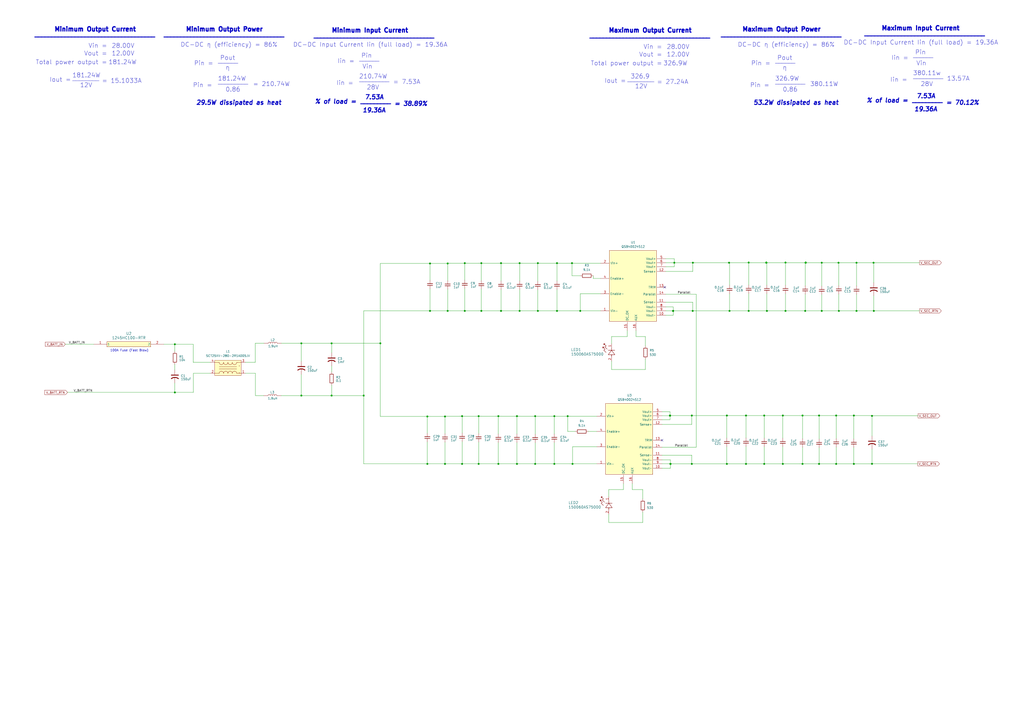
<source format=kicad_sch>
(kicad_sch (version 20250114) (generator "eeschema") (generator_version "9.0")
  (paper "A2")
  (lib_symbols
    (symbol "Eaton:1245HC100-RTR" (pin_names (offset 0.254))
      (property "Reference" "U" (at 20.32 10.16 0))
      (property "Value" "1245HC100-RTR" (at 20.32 7.62 0))
      (symbol "1245HC100-RTR_0_1"
        (pin unspecified line (at 0 0 0) (length 7.62) (name "1") (number "1"))
        (pin unspecified line (at 40.64 0 180) (length 7.62) (name "2") (number "2"))
      )
    )
    (symbol "KEMET:SCT25XV-280-2R1A005JV"
      (property "Reference" "L" (at 10.16 9.398 0))
      (property "Value" "SCT25XV-280-2R1A005JV" (at 0 0 0))
      (symbol "SCT25XV-280-2R1A005JV_1_1"
        (text "." (at 16.51 4.826 0) (effects (font (size 1.27 1.27))))
        (text "." (at 16.51 0.762 0) (effects (font (size 1.27 1.27))))
        (pin input line (at -0.254 6.35 0) (length 2.54) (name "") (number "4"))
        (pin input line (at -0.254 0 0) (length 2.54) (name "") (number "2"))
        (pin input line (at 20.066 6.35 180) (length 2.54) (name "") (number "3"))
        (pin input line (at 20.066 0 180) (length 2.54) (name "") (number "1"))
      )
    )
    (symbol "Passive_Parts:C" (pin_numbers (hide yes)) (pin_names (offset 0) (hide yes))
      (property "Reference" "C" (at 2.54 5.08 0))
      (symbol "C_1_1"
        (pin passive line (at 0 2.54 0) (length 2.032) (name "~") (number "1"))
        (pin passive line (at 5.08 2.54 180) (length 2.032) (name "~") (number "2"))
      )
    )
    (symbol "Passive_Parts:C_Tantalum" (pin_numbers (hide yes)) (pin_names (offset 0) (hide yes))
      (property "Reference" "C" (at 0 0 0))
      (symbol "C_Tantalum_1_1"
        (pin passive line (at 1.27 2.54 0) (length 2.794) (name "~") (number "1"))
        (pin passive line (at 8.89 2.54 180) (length 3.302) (name "~") (number "2"))
      )
    )
    (symbol "Passive_Parts:L" (pin_numbers (hide yes)) (pin_names (hide yes))
      (property "Reference" "L" (at 5.08 -1.27 0))
      (symbol "L_1_1"
        (pin passive line (at 0 0 0) (length 2.54) (name "1") (number "1"))
        (pin passive line (at 10.16 0 180) (length 2.54) (name "2") (number "2"))
      )
    )
    (symbol "Passive_Parts:R" (pin_numbers (hide yes)) (pin_names (offset 0) (hide yes))
      (property "Reference" "R" (at 2.54 5.08 0))
      (symbol "R_1_1"
        (pin passive line (at -1.27 2.54 0) (length 1.27) (name "~") (number "1"))
        (pin passive line (at 6.35 2.54 180) (length 1.27) (name "~") (number "2"))
      )
    )
    (symbol "QSB40024S12_1"
      (property "Reference" "U" (at 0 0 0))
      (property "Value" "QSB40024S12" (at 0 0 0))
      (symbol "QSB40024S12_1_1_1"
        (pin input line (at -5.08 33.782 0) (length 5.08) (name "Vin+") (number "2"))
        (pin input line (at -5.08 24.892 0) (length 5.08) (name "Enable+") (number "4"))
        (pin input line (at -5.08 16.002 0) (length 5.08) (name "Enable-") (number "3"))
        (pin input line (at -5.08 6.096 0) (length 5.08) (name "Vin-") (number "1"))
        (pin output line (at 10.414 -5.334 90) (length 5.08) (name "DC_OK") (number "15"))
        (pin output line (at 15.494 -5.334 90) (length 5.08) (name "AUX") (number "16"))
        (pin output line (at 32.766 36.322 180) (length 5.08) (name "Vout+") (number "5"))
        (pin output line (at 32.766 34.036 180) (length 5.08) (name "Vout+") (number "6"))
        (pin output line (at 32.766 31.75 180) (length 5.08) (name "Vout+") (number "7"))
        (pin input line (at 32.766 28.956 180) (length 5.08) (name "Sense+") (number "12"))
        (pin output line (at 32.766 19.812 180) (length 5.08) (name "TRIM") (number "13"))
        (pin output line (at 32.766 15.748 180) (length 5.08) (name "Parallel") (number "14"))
        (pin input line (at 32.766 11.176 180) (length 5.08) (name "Sense-") (number "11"))
        (pin output line (at 32.766 8.382 180) (length 5.08) (name "Vout-") (number "8"))
        (pin output line (at 32.766 6.096 180) (length 5.08) (name "Vout-") (number "9"))
        (pin output line (at 32.766 3.556 180) (length 5.08) (name "Vout-") (number "10"))
      )
    )
    (symbol "Wurth Elektronik:150060AS75000" (pin_names (offset 0.254))
      (property "Reference" "LED" (at 5.08 -4.445 0))
      (property "Value" "150060AS75000" (at 5.08 -7.62 0))
      (symbol "150060AS75000_0_1"
        (pin unspecified line (at 0 0 0) (length 2.54) (name "") (number "2"))
        (pin unspecified line (at 10.16 0 180) (length 2.54) (name "") (number "1"))
      )
    )
  )
  (text "Pin =" (at 447.04 36.83 0) (effects (font (size 2.54 2.54)) (justify right)))
  (text "28.00V" (at 64.77 26.67 0) (effects (font (size 2.54 2.54)) (justify left)))
  (text "326.9W" (at 384.81 36.83 0) (effects (font (size 2.54 2.54)) (justify left)))
  (text "210.74W" (at 208.28 44.45 0) (effects (font (size 2.54 2.54)) (justify left)))
  (text "= 38.89%" (at 228.6 60.325 0) (effects (font (size 2.54 2.54) (thickness 0.508) (bold yes) (italic yes)) (justify left)))
  (text "181.24W" (at 126.365 45.72 0) (effects (font (size 2.54 2.54)) (justify left)))
  (text "29.5W dissipated as heat" (at 113.665 59.69 0) (effects (font (size 2.54 2.54) (thickness 0.508) (bold yes) (italic yes)) (justify left)))
  (text "DC-DC Input Current Iin (full load) =" (at 563.88 24.765 0) (effects (font (size 2.54 2.54)) (justify right)))
  (text "Maximum Input Current" (at 534.035 16.51 0) (effects (font (size 2.54 2.54) (thickness 1.016) (bold yes))))
  (text "DC-DC Input Current Iin (full load) =" (at 244.475 26.035 0) (effects (font (size 2.54 2.54)) (justify right)))
  (text "= 27.24A" (at 381 47.625 0) (effects (font (size 2.54 2.54)) (justify left)))
  (text "Pout" (at 450.85 33.655 0) (effects (font (size 2.54 2.54)) (justify left)))
  (text "7.53A" (at 211.455 56.515 0) (effects (font (size 2.54 2.54) (thickness 0.508) (bold yes) (italic yes)) (justify left)))
  (text "Vin =" (at 384.175 27.305 0) (effects (font (size 2.54 2.54)) (justify right)))
  (text "Minimum Input Current" (at 214.63 17.78 0) (effects (font (size 2.54 2.54) (thickness 1.016) (bold yes))))
  (text "Vin" (at 531.495 36.83 0) (effects (font (size 2.54 2.54)) (justify left)))
  (text "DC-DC η (efficiency) =" (at 151.13 26.035 0) (effects (font (size 2.54 2.54)) (justify right)))
  (text "DC-DC η (efficiency) =" (at 474.345 26.035 0) (effects (font (size 2.54 2.54)) (justify right)))
  (text "Pin =" (at 446.405 49.53 0) (effects (font (size 2.54 2.54)) (justify right)))
  (text "12.00V" (at 386.715 31.75 0) (effects (font (size 2.54 2.54)) (justify left)))
  (text "____________________________________" (at 165.1 20.32 0) (effects (font (size 2.54 2.54) (thickness 0.508) (bold yes)) (justify right)))
  (text "________" (at 363.855 46.355 0) (effects (font (size 2.54 2.54)) (justify left)))
  (text "_________" (at 208.915 59.055 0) (effects (font (size 2.54 2.54) (thickness 0.508) (bold yes) (italic yes)) (justify left)))
  (text "_________" (at 208.28 46.355 0) (effects (font (size 2.54 2.54)) (justify left)))
  (text "0.86" (at 454.025 52.07 0) (effects (font (size 2.54 2.54)) (justify left)))
  (text "______" (at 449.58 35.56 0) (effects (font (size 2.54 2.54)) (justify left)))
  (text "% of load =" (at 527.05 58.42 0) (effects (font (size 2.54 2.54) (thickness 0.508) (bold yes) (italic yes)) (justify right)))
  (text "Pin" (at 530.86 30.48 0) (effects (font (size 2.54 2.54)) (justify left)))
  (text "12V" (at 368.3 50.165 0) (effects (font (size 2.54 2.54)) (justify left)))
  (text "380.11w" (at 529.59 42.545 0) (effects (font (size 2.54 2.54)) (justify left)))
  (text "= 70.12%" (at 548.64 59.69 0) (effects (font (size 2.54 2.54) (thickness 0.508) (bold yes) (italic yes)) (justify left)))
  (text "η" (at 130.81 39.37 0) (effects (font (size 2.54 2.54)) (justify left)))
  (text "Pin =" (at 123.825 36.83 0) (effects (font (size 2.54 2.54)) (justify right)))
  (text "____________________________________" (at 571.5 19.685 0) (effects (font (size 2.54 2.54) (thickness 0.508) (bold yes)) (justify right)))
  (text "326.9W" (at 449.58 45.72 0) (effects (font (size 2.54 2.54)) (justify left)))
  (text "______" (at 208.28 34.29 0) (effects (font (size 2.54 2.54)) (justify left)))
  (text "181.24W" (at 62.865 36.195 0) (effects (font (size 2.54 2.54)) (justify left)))
  (text "28V" (at 534.035 48.895 0) (effects (font (size 2.54 2.54)) (justify left)))
  (text "Iin =" (at 205.105 48.26 0) (effects (font (size 2.54 2.54)) (justify right)))
  (text "12V" (at 46.355 49.53 0) (effects (font (size 2.54 2.54)) (justify left)))
  (text "28.00V" (at 386.715 27.305 0) (effects (font (size 2.54 2.54)) (justify left)))
  (text "% of load =" (at 207.01 59.055 0) (effects (font (size 2.54 2.54) (thickness 0.508) (bold yes) (italic yes)) (justify right)))
  (text "η" (at 454.025 39.37 0) (effects (font (size 2.54 2.54)) (justify left)))
  (text "Total power output =" (at 62.23 36.195 0) (effects (font (size 2.54 2.54)) (justify right)))
  (text "53.2W dissipated as heat" (at 436.88 59.69 0) (effects (font (size 2.54 2.54) (thickness 0.508) (bold yes) (italic yes)) (justify left)))
  (text "0.86" (at 130.81 52.07 0) (effects (font (size 2.54 2.54)) (justify left)))
  (text "Iin =" (at 527.05 33.655 0) (effects (font (size 2.54 2.54)) (justify right)))
  (text "Iout =" (at 363.22 46.99 0) (effects (font (size 2.54 2.54)) (justify right)))
  (text "____________________________________" (at 90.17 20.32 0) (effects (font (size 2.54 2.54) (thickness 0.508) (bold yes)) (justify right)))
  (text "Iout =" (at 41.275 46.355 0) (effects (font (size 2.54 2.54)) (justify right)))
  (text "Vin" (at 210.185 38.735 0) (effects (font (size 2.54 2.54)) (justify left)))
  (text "380.11W" (at 469.9 48.895 0) (effects (font (size 2.54 2.54)) (justify left)))
  (text "____________________________________" (at 488.315 20.32 0) (effects (font (size 2.54 2.54) (thickness 0.508) (bold yes)) (justify right)))
  (text "19.36A" (at 210.185 64.135 0) (effects (font (size 2.54 2.54) (thickness 0.508) (bold yes) (italic yes)) (justify left)))
  (text "____________________________________" (at 252.095 20.955 0) (effects (font (size 2.54 2.54) (thickness 0.508) (bold yes)) (justify right)))
  (text "_________" (at 126.365 47.625 0) (effects (font (size 2.54 2.54)) (justify left)))
  (text "28V" (at 212.725 50.8 0) (effects (font (size 2.54 2.54)) (justify left)))
  (text "Minimum Output Current" (at 55.245 17.145 0) (effects (font (size 2.54 2.54) (thickness 1.016) (bold yes))))
  (text "Iin =" (at 205.74 35.56 0) (effects (font (size 2.54 2.54)) (justify right)))
  (text "= 7.53A" (at 227.965 47.625 0) (effects (font (size 2.54 2.54)) (justify left)))
  (text "Vout =" (at 384.175 31.75 0) (effects (font (size 2.54 2.54)) (justify right)))
  (text "Total power output =" (at 384.175 36.83 0) (effects (font (size 2.54 2.54)) (justify right)))
  (text "Maximum Output Current" (at 377.19 17.78 0) (effects (font (size 2.54 2.54) (thickness 1.016) (bold yes))))
  (text "13.57A" (at 549.275 45.72 0) (effects (font (size 2.54 2.54)) (justify left)))
  (text "12.00V" (at 64.77 31.115 0) (effects (font (size 2.54 2.54)) (justify left)))
  (text "____________________________________" (at 412.115 20.955 0) (effects (font (size 2.54 2.54) (thickness 0.508) (bold yes)) (justify right)))
  (text "19.36A" (at 246.38 26.035 0) (effects (font (size 2.54 2.54)) (justify left)))
  (text "________" (at 41.91 45.72 0) (effects (font (size 2.54 2.54)) (justify left)))
  (text "______" (at 529.59 32.385 0) (effects (font (size 2.54 2.54)) (justify left)))
  (text "181.24W" (at 41.91 43.815 0) (effects (font (size 2.54 2.54)) (justify left)))
  (text "Vin =" (at 62.23 26.67 0) (effects (font (size 2.54 2.54)) (justify right)))
  (text "Iin =" (at 526.415 46.355 0) (effects (font (size 2.54 2.54)) (justify right)))
  (text "_________" (at 528.955 58.42 0) (effects (font (size 2.54 2.54) (thickness 0.508) (bold yes) (italic yes)) (justify left)))
  (text "19.36A" (at 530.225 63.5 0) (effects (font (size 2.54 2.54) (thickness 0.508) (bold yes) (italic yes)) (justify left)))
  (text "_________" (at 529.59 44.45 0) (effects (font (size 2.54 2.54)) (justify left)))
  (text "Pin =" (at 123.19 49.53 0) (effects (font (size 2.54 2.54)) (justify right)))
  (text "= 15.1033A" (at 59.055 46.99 0) (effects (font (size 2.54 2.54)) (justify left)))
  (text "______" (at 126.365 35.56 0) (effects (font (size 2.54 2.54)) (justify left)))
  (text "Pout" (at 127.635 33.655 0) (effects (font (size 2.54 2.54)) (justify left)))
  (text "19.36A" (at 565.785 24.765 0) (effects (font (size 2.54 2.54)) (justify left)))
  (text "100A Fuse (Fast Blow)" (at 75.0654 203.364 0) (effects (font (size 1.27 1.27))))
  (text "Vout =" (at 62.23 31.115 0) (effects (font (size 2.54 2.54)) (justify right)))
  (text "= 210.74W" (at 146.685 48.895 0) (effects (font (size 2.54 2.54)) (justify left)))
  (text "_________" (at 449.58 47.625 0) (effects (font (size 2.54 2.54)) (justify left)))
  (text "Maximum Output Power" (at 453.39 17.145 0) (effects (font (size 2.54 2.54) (thickness 1.016) (bold yes))))
  (text "7.53A" (at 531.495 55.88 0) (effects (font (size 2.54 2.54) (thickness 0.508) (bold yes) (italic yes)) (justify left)))
  (text "Minimum Output Power" (at 130.175 17.145 0) (effects (font (size 2.54 2.54) (thickness 1.016) (bold yes))))
  (text "Pin" (at 209.55 32.385 0) (effects (font (size 2.54 2.54)) (justify left)))
  (text "86%" (at 476.25 26.035 0) (effects (font (size 2.54 2.54)) (justify left)))
  (text "86%" (at 153.035 26.035 0) (effects (font (size 2.54 2.54)) (justify left)))
  (text "326.9" (at 365.76 44.45 0) (effects (font (size 2.54 2.54)) (justify left)))
  (junction (at 467.36 152.2927))
  (junction (at 269.6103 152.654))
  (junction (at 444.5434 152.2927))
  (junction (at 249.4413 180.34))
  (junction (at 268.0606 269.0905))
  (junction (at 101.4344 199.6947))
  (junction (at 311.9976 180.34))
  (junction (at 475.1342 269.0931))
  (junction (at 323.1067 180.34))
  (junction (at 331.8091 152.654))
  (junction (at 475.1342 241.0432))
  (junction (at 299.878 241.4045))
  (junction (at 485.0569 269.0931))
  (junction (at 467.36 152.4))
  (junction (at 444.5 152.4))
  (junction (at 311.9976 152.654))
  (junction (at 401.8276 180.3426))
  (junction (at 174.8088 199.158))
  (junction (at 465.535 241.0432))
  (junction (at 323.1067 152.654))
  (junction (at 332.1178 269.0905))
  (junction (at 299.878 269.0905))
  (junction (at 443.3168 241.0432))
  (junction (at 486.6066 180.3426))
  (junction (at 455.652 180.3426))
  (junction (at 495.3032 269.0931))
  (junction (at 249.4413 152.827))
  (junction (at 279.2095 180.34))
  (junction (at 259.6876 180.34))
  (junction (at 465.535 269.0931))
  (junction (at 485.0569 241.0432))
  (junction (at 455.652 152.2927))
  (junction (at 496.8529 152.4))
  (junction (at 443.3168 269.0931))
  (junction (at 388.9226 269.0905))
  (junction (at 277.6598 241.4045))
  (junction (at 421.6378 269.0931))
  (junction (at 434.2966 180.3426))
  (junction (at 268.0606 241.4045))
  (junction (at 388.6696 241.0432))
  (junction (at 401.9235 152.4))
  (junction (at 174.8088 229.4654))
  (junction (at 476.6839 180.3426))
  (junction (at 277.6598 269.0905))
  (junction (at 401.3033 241.0432))
  (junction (at 310.4479 269.0905))
  (junction (at 432.7469 241.0432))
  (junction (at 258.1379 269.0905))
  (junction (at 289.0925 241.4045))
  (junction (at 321.557 241.4045))
  (junction (at 321.557 269.0905))
  (junction (at 454.1023 241.0432))
  (junction (at 310.4479 241.4045))
  (junction (at 290.6422 152.654))
  (junction (at 220.6329 199.158))
  (junction (at 390.4723 180.3426))
  (junction (at 336.5906 180.34))
  (junction (at 301.4277 152.654))
  (junction (at 301.4277 180.34))
  (junction (at 467.0847 180.3426))
  (junction (at 434.2966 152.2927))
  (junction (at 279.2095 152.654))
  (junction (at 506.73 152.4))
  (junction (at 388.9226 269.0931))
  (junction (at 259.6876 152.827))
  (junction (at 290.6422 180.34))
  (junction (at 422.91 152.4))
  (junction (at 454.1023 269.0931))
  (junction (at 101.4344 227.6347))
  (junction (at 192.3593 229.4654))
  (junction (at 506.8888 180.34))
  (junction (at 210.9743 229.4654))
  (junction (at 391.16 152.4))
  (junction (at 467.3627 152.4))
  (junction (at 444.8665 180.3426))
  (junction (at 432.7469 269.0931))
  (junction (at 269.6103 180.34))
  (junction (at 486.41 152.4))
  (junction (at 390.4723 180.34))
  (junction (at 289.0925 269.0905))
  (junction (at 329.3034 241.4045))
  (junction (at 476.6839 152.4))
  (junction (at 495.3032 241.0432))
  (junction (at 388.6696 241.1505))
  (junction (at 247.8916 241.5775))
  (junction (at 192.3593 199.158))
  (junction (at 444.5434 152.4))
  (junction (at 401.3033 269.0931))
  (junction (at 505.8372 269.0507))
  (junction (at 421.6378 241.0432))
  (junction (at 423.1875 180.3426))
  (junction (at 505.8372 241.2301))
  (junction (at 258.1379 241.5775))
  (junction (at 496.8529 180.3426))
  (junction (at 247.8916 269.0905))
  (no_connect (at 385.572 166.624))
  (no_connect (at 384.0223 255.3745))
  (wire (pts (xy 434.2966 180.3426) (xy 434.2966 170.3333)))
  (wire (pts (xy 467.3627 152.2927) (xy 467.36 152.2927)))
  (wire (pts (xy 112.0404 210.2241) (xy 122.0713 210.2241)))
  (wire (pts (xy 299.878 241.4045) (xy 299.878 251.7051)))
  (wire (pts (xy 323.1067 152.654) (xy 323.1067 162.9546)))
  (wire (pts (xy 486.41 152.4) (xy 486.41 152.2927)))
  (wire (pts (xy 505.8372 241.2301) (xy 532.5072 241.2301)))
  (wire (pts (xy 148.0792 199.158) (xy 153.1269 199.158)))
  (wire (pts (xy 422.91 152.4) (xy 434.0191 152.4)))
  (wire (pts (xy 455.93 152.4) (xy 467.36 152.4)))
  (wire (pts (xy 486.6066 180.3426) (xy 496.8529 180.3426)))
  (wire (pts (xy 506.8888 180.3426) (xy 496.8529 180.3426)))
  (wire (pts (xy 455.652 152.2927) (xy 455.652 165.3612)))
  (wire (pts (xy 259.6876 152.654) (xy 269.6103 152.654)))
  (wire (pts (xy 247.8916 241.5775) (xy 247.8916 251.2737)))
  (wire (pts (xy 384.0223 241.1505) (xy 388.6696 241.1505)))
  (wire (pts (xy 148.1871 229.4654) (xy 152.9327 229.4654)))
  (wire (pts (xy 485.0569 241.0432) (xy 485.0569 254.3274)))
  (wire (pts (xy 455.2855 152.2927) (xy 455.652 152.2927)))
  (wire (pts (xy 290.6422 152.654) (xy 301.4277 152.654)))
  (wire (pts (xy 279.2095 180.34) (xy 279.2095 167.711)))
  (wire (pts (xy 384.0223 264.0105) (xy 401.3033 264.0105)))
  (wire (pts (xy 443.3168 241.0432) (xy 454.1023 241.0432)))
  (wire (pts (xy 391.16 150.114) (xy 386.207 150.114)))
  (wire (pts (xy 95.063 199.6947) (xy 101.4344 199.6947)))
  (wire (pts (xy 390.4723 180.3426) (xy 401.8276 180.3426)))
  (wire (pts (xy 505.8372 260.5257) (xy 505.8372 269.0507)))
  (wire (pts (xy 336.5906 170.434) (xy 336.5906 180.34)))
  (wire (pts (xy 505.8372 252.9057) (xy 505.8372 241.2301)))
  (wire (pts (xy 268.0606 241.4045) (xy 268.0606 251.1658)))
  (wire (pts (xy 323.1067 180.34) (xy 323.1067 168.0346)))
  (wire (pts (xy 390.4723 180.3426) (xy 390.4723 182.88)))
  (wire (pts (xy 476.6839 180.3426) (xy 476.6839 170.9805)))
  (wire (pts (xy 467.36 152.4) (xy 467.36 152.2927)))
  (wire (pts (xy 163.2869 199.158) (xy 174.8088 199.158)))
  (wire (pts (xy 475.1342 269.0931) (xy 475.1342 259.731)))
  (wire (pts (xy 454.1023 269.0931) (xy 454.1023 259.1917)))
  (wire (pts (xy 384.0223 259.4385) (xy 403.86 259.4385)))
  (wire (pts (xy 142.3913 210.2241) (xy 148.0792 210.2241)))
  (wire (pts (xy 101.4344 199.6947) (xy 101.4344 203.7389)))
  (wire (pts (xy 434.0191 152.4) (xy 434.0191 152.2927)))
  (wire (pts (xy 323.1067 152.654) (xy 331.8091 152.654)))
  (wire (pts (xy 401.9235 157.48) (xy 401.9235 152.4)))
  (wire (pts (xy 321.557 269.0905) (xy 310.4479 269.0905)))
  (wire (pts (xy 374.4076 195.2183) (xy 374.4076 200.683)))
  (wire (pts (xy 467.0847 180.3426) (xy 476.6839 180.3426)))
  (wire (pts (xy 374.4076 208.303) (xy 374.4076 214.3447)))
  (wire (pts (xy 258.1379 269.0905) (xy 247.8916 269.0905)))
  (wire (pts (xy 258.1379 241.4045) (xy 258.1379 241.5775)))
  (wire (pts (xy 290.6422 180.34) (xy 301.4277 180.34)))
  (wire (pts (xy 390.4723 180.34) (xy 390.4723 180.3426)))
  (wire (pts (xy 423.1875 180.3426) (xy 434.2966 180.3426)))
  (wire (pts (xy 401.3033 264.0105) (xy 401.3033 269.0931)))
  (wire (pts (xy 101.4344 199.6947) (xy 112.0404 199.6947)))
  (wire (pts (xy 391.16 152.4) (xy 391.16 154.686)))
  (wire (pts (xy 258.1379 269.0905) (xy 258.1379 256.5694)))
  (wire (pts (xy 434.34 152.4) (xy 444.5 152.4)))
  (wire (pts (xy 467.36 152.4) (xy 467.3627 152.4)))
  (wire (pts (xy 465.535 241.0432) (xy 465.535 254.4353)))
  (wire (pts (xy 163.0927 229.4654) (xy 174.8088 229.4654)))
  (wire (pts (xy 332.1178 259.1845) (xy 332.1178 269.0905)))
  (wire (pts (xy 422.91 152.2927) (xy 423.1875 152.2927)))
  (wire (pts (xy 332.1178 269.0905) (xy 321.557 269.0905)))
  (wire (pts (xy 486.41 152.4) (xy 496.8529 152.4)))
  (wire (pts (xy 505.8372 269.0931) (xy 495.3032 269.0931)))
  (wire (pts (xy 277.6598 269.0905) (xy 277.6598 256.4615)))
  (wire (pts (xy 354.7419 214.3447) (xy 354.7419 209.5391)))
  (wire (pts (xy 506.73 152.2927) (xy 506.8888 152.2927)))
  (wire (pts (xy 301.4277 180.34) (xy 301.4277 168.0346)))
  (wire (pts (xy 368.935 191.77) (xy 368.935 195.2183)))
  (wire (pts (xy 422.91 152.4) (xy 422.91 152.2927)))
  (wire (pts (xy 386.207 175.26) (xy 401.8276 175.26)))
  (wire (pts (xy 388.9226 271.6305) (xy 384.0223 271.6305)))
  (wire (pts (xy 174.8088 229.4654) (xy 174.8088 217.2217)))
  (wire (pts (xy 506.8888 163.9249) (xy 506.8888 152.2927)))
  (wire (pts (xy 401.3033 241.0432) (xy 421.6378 241.0432)))
  (wire (pts (xy 101.4344 211.3589) (xy 101.4344 214.5661)))
  (wire (pts (xy 443.3168 269.0931) (xy 443.3168 259.1917)))
  (wire (pts (xy 277.6598 269.0905) (xy 289.0925 269.0905)))
  (wire (pts (xy 258.1379 241.5775) (xy 247.8916 241.5775)))
  (wire (pts (xy 372.8579 297.0535) (xy 372.8579 303.0952)))
  (wire (pts (xy 432.7469 241.0432) (xy 443.3168 241.0432)))
  (wire (pts (xy 289.0925 241.4045) (xy 299.878 241.4045)))
  (wire (pts (xy 465.535 269.0931) (xy 475.1342 269.0931)))
  (wire (pts (xy 475.1342 241.0432) (xy 475.1342 254.651)))
  (wire (pts (xy 486.6066 180.3426) (xy 486.6066 170.6569)))
  (wire (pts (xy 39.183 227.6347) (xy 101.4344 227.6347)))
  (wire (pts (xy 495.3032 241.0432) (xy 495.3032 254.5431)))
  (wire (pts (xy 101.4344 227.6347) (xy 112.2055 227.6347)))
  (wire (pts (xy 353.1922 303.0952) (xy 353.1922 298.2896)))
  (wire (pts (xy 336.55 159.9564) (xy 331.8091 159.9564)))
  (wire (pts (xy 259.6876 152.827) (xy 249.4413 152.827)))
  (wire (pts (xy 505.8372 241.0432) (xy 495.3032 241.0432)))
  (wire (pts (xy 455.2855 152.4) (xy 455.2855 152.2927)))
  (wire (pts (xy 486.41 152.2927) (xy 486.6066 152.2927)))
  (wire (pts (xy 496.8529 152.4) (xy 506.73 152.4)))
  (wire (pts (xy 277.6598 241.4045) (xy 277.6598 251.3815)))
  (wire (pts (xy 496.8529 152.4) (xy 496.8529 165.7926)))
  (wire (pts (xy 467.0847 180.3426) (xy 467.0847 170.7648)))
  (wire (pts (xy 354.7419 199.3791) (xy 354.7419 195.2183)))
  (wire (pts (xy 210.9743 229.4654) (xy 210.9743 180.34)))
  (wire (pts (xy 258.1379 241.4045) (xy 268.0606 241.4045)))
  (wire (pts (xy 444.5 152.4) (xy 444.5 152.2927)))
  (wire (pts (xy 434.34 152.4) (xy 434.34 152.2927)))
  (wire (pts (xy 476.6839 152.4) (xy 486.41 152.4)))
  (wire (pts (xy 505.8372 241.2301) (xy 505.8372 241.0432)))
  (wire (pts (xy 269.6103 152.654) (xy 269.6103 162.4153)))
  (wire (pts (xy 403.86 259.4385) (xy 403.86 170.688)))
  (wire (pts (xy 269.6103 152.654) (xy 279.2095 152.654)))
  (wire (pts (xy 344.17 161.544) (xy 344.17 159.9564)))
  (wire (pts (xy 495.3032 269.0931) (xy 495.3032 259.6231)))
  (wire (pts (xy 386.207 154.686) (xy 391.16 154.686)))
  (wire (pts (xy 372.8579 303.0952) (xy 353.1922 303.0952)))
  (wire (pts (xy 310.4479 241.4045) (xy 321.557 241.4045)))
  (wire (pts (xy 321.557 241.4045) (xy 329.3034 241.4045)))
  (wire (pts (xy 434.34 152.2927) (xy 434.2966 152.2927)))
  (wire (pts (xy 220.6329 199.158) (xy 220.6329 241.5775)))
  (wire (pts (xy 148.1871 216.5741) (xy 148.1871 229.4654)))
  (wire (pts (xy 384.0223 238.8645) (xy 388.6696 238.8645)))
  (wire (pts (xy 279.2095 152.654) (xy 279.2095 162.631)))
  (wire (pts (xy 401.8276 180.3426) (xy 423.1875 180.3426)))
  (wire (pts (xy 401.8276 175.26) (xy 401.8276 180.3426)))
  (wire (pts (xy 112.2055 227.6347) (xy 112.2055 216.5741)))
  (wire (pts (xy 354.7419 195.2183) (xy 363.855 195.2183)))
  (wire (pts (xy 37.913 199.6947) (xy 54.423 199.6947)))
  (wire (pts (xy 210.9743 180.34) (xy 249.4413 180.34)))
  (wire (pts (xy 258.1379 269.0905) (xy 268.0606 269.0905)))
  (wire (pts (xy 386.207 157.48) (xy 401.9235 157.48)))
  (wire (pts (xy 353.1922 283.9688) (xy 361.6703 283.9688)))
  (wire (pts (xy 455.93 152.4) (xy 455.93 152.2927)))
  (wire (pts (xy 432.7469 269.0931) (xy 443.3168 269.0931)))
  (wire (pts (xy 496.8529 180.3426) (xy 496.8529 170.8726)))
  (wire (pts (xy 434.0191 152.2927) (xy 434.2966 152.2927)))
  (wire (pts (xy 423.1875 152.2927) (xy 423.1875 165.3612)))
  (wire (pts (xy 321.557 241.4045) (xy 321.557 251.7051)))
  (wire (pts (xy 384.0223 269.0905) (xy 388.9226 269.0905)))
  (wire (pts (xy 374.4076 214.3447) (xy 354.7419 214.3447)))
  (wire (pts (xy 329.3034 250.2945) (xy 329.3034 241.4045)))
  (wire (pts (xy 505.8372 269.0507) (xy 532.3484 269.0507)))
  (wire (pts (xy 333.6594 250.2945) (xy 329.3034 250.2945)))
  (wire (pts (xy 311.9976 152.654) (xy 323.1067 152.654)))
  (wire (pts (xy 465.535 241.0432) (xy 475.1342 241.0432)))
  (wire (pts (xy 444.5 152.4) (xy 444.5434 152.4)))
  (wire (pts (xy 444.5434 152.4) (xy 444.5434 152.2927)))
  (wire (pts (xy 485.0569 269.0931) (xy 485.0569 259.4074)))
  (wire (pts (xy 259.6876 180.34) (xy 269.6103 180.34)))
  (wire (pts (xy 454.1023 241.0432) (xy 454.1023 254.1117)))
  (wire (pts (xy 361.6703 283.9688) (xy 361.6703 280.5205)))
  (wire (pts (xy 421.6378 269.0931) (xy 421.6378 259.1917)))
  (wire (pts (xy 401.3033 246.2305) (xy 401.3033 241.0432)))
  (wire (pts (xy 142.3913 216.5741) (xy 148.1871 216.5741)))
  (wire (pts (xy 220.6329 241.5775) (xy 247.8916 241.5775)))
  (wire (pts (xy 192.3593 229.4654) (xy 174.8088 229.4654)))
  (wire (pts (xy 444.5434 152.2927) (xy 444.8665 152.2927)))
  (wire (pts (xy 388.6696 238.8645) (xy 388.6696 241.0432)))
  (wire (pts (xy 372.8579 283.9688) (xy 372.8579 289.4335)))
  (wire (pts (xy 401.9235 152.4) (xy 422.91 152.4)))
  (wire (pts (xy 485.0569 241.0432) (xy 495.3032 241.0432)))
  (wire (pts (xy 346.1763 269.0905) (xy 332.1178 269.0905)))
  (wire (pts (xy 444.8665 180.3426) (xy 444.8665 170.4412)))
  (wire (pts (xy 323.1067 180.34) (xy 336.5906 180.34)))
  (wire (pts (xy 348.361 161.544) (xy 344.17 161.544)))
  (wire (pts (xy 454.1023 269.0931) (xy 465.535 269.0931)))
  (wire (pts (xy 112.0404 199.6947) (xy 112.0404 210.2241)))
  (wire (pts (xy 421.6378 241.0432) (xy 432.7469 241.0432)))
  (wire (pts (xy 388.6696 241.1505) (xy 388.6696 243.4365)))
  (wire (pts (xy 465.535 269.0931) (xy 465.535 259.5153)))
  (wire (pts (xy 390.4723 178.054) (xy 390.4723 180.34)))
  (wire (pts (xy 310.4479 241.4045) (xy 310.4479 251.813)))
  (wire (pts (xy 386.207 170.688) (xy 403.86 170.688)))
  (wire (pts (xy 289.0925 241.4045) (xy 289.0925 251.7051)))
  (wire (pts (xy 388.9226 269.0931) (xy 401.3033 269.0931)))
  (wire (pts (xy 434.2966 180.3426) (xy 444.8665 180.3426)))
  (wire (pts (xy 112.2055 216.5741) (xy 122.0713 216.5741)))
  (wire (pts (xy 467.3627 152.4) (xy 476.6839 152.4)))
  (wire (pts (xy 321.557 269.0905) (xy 321.557 256.7851)))
  (wire (pts (xy 268.0606 269.0905) (xy 268.0606 256.2458)))
  (wire (pts (xy 192.3593 204.6344) (xy 192.3593 199.158)))
  (wire (pts (xy 363.855 195.2183) (xy 363.855 191.77)))
  (wire (pts (xy 220.6329 152.827) (xy 249.4413 152.827)))
  (wire (pts (xy 329.3034 241.4045) (xy 346.1763 241.4045)))
  (wire (pts (xy 259.6876 152.654) (xy 259.6876 152.827)))
  (wire (pts (xy 423.1875 180.3426) (xy 423.1875 170.4412)))
  (wire (pts (xy 421.6378 269.0931) (xy 432.7469 269.0931)))
  (wire (pts (xy 331.8091 159.9564) (xy 331.8091 152.654)))
  (wire (pts (xy 148.0792 210.2241) (xy 148.0792 199.158)))
  (wire (pts (xy 268.0606 269.0905) (xy 277.6598 269.0905)))
  (wire (pts (xy 346.1763 259.1845) (xy 332.1178 259.1845)))
  (wire (pts (xy 388.6696 243.4365) (xy 384.0223 243.4365)))
  (wire (pts (xy 384.0223 266.8045) (xy 388.9226 266.8045)))
  (wire (pts (xy 444.5434 152.4) (xy 455.2855 152.4)))
  (wire (pts (xy 434.2966 152.2927) (xy 434.2966 165.2533)))
  (wire (pts (xy 299.878 269.0905) (xy 310.4479 269.0905)))
  (wire (pts (xy 310.4479 269.0905) (xy 310.4479 256.893)))
  (wire (pts (xy 388.9226 269.0931) (xy 388.9226 271.6305)))
  (wire (pts (xy 366.7503 280.5205) (xy 366.7503 283.9688)))
  (wire (pts (xy 443.3168 241.0432) (xy 443.3168 254.1117)))
  (wire (pts (xy 467.0847 152.2927) (xy 467.0847 165.6848)))
  (wire (pts (xy 386.207 152.4) (xy 391.16 152.4)))
  (wire (pts (xy 386.207 180.34) (xy 390.4723 180.34)))
  (wire (pts (xy 323.1067 180.34) (xy 311.9976 180.34)))
  (wire (pts (xy 279.2095 180.34) (xy 290.6422 180.34)))
  (wire (pts (xy 388.6696 241.0432) (xy 388.6696 241.1505)))
  (wire (pts (xy 331.8091 152.654) (xy 348.361 152.654)))
  (wire (pts (xy 506.73 152.4) (xy 506.73 152.2927)))
  (wire (pts (xy 455.93 152.2927) (xy 455.652 152.2927)))
  (wire (pts (xy 455.652 180.3426) (xy 455.652 170.4412)))
  (wire (pts (xy 348.361 170.434) (xy 336.5906 170.434)))
  (wire (pts (xy 311.9976 152.654) (xy 311.9976 163.0625)))
  (wire (pts (xy 391.16 152.4) (xy 401.9235 152.4)))
  (wire (pts (xy 443.3168 269.0931) (xy 454.1023 269.0931)))
  (wire (pts (xy 401.3033 269.0931) (xy 421.6378 269.0931)))
  (wire (pts (xy 421.6378 241.0432) (xy 421.6378 254.1117)))
  (wire (pts (xy 368.935 195.2183) (xy 374.4076 195.2183)))
  (wire (pts (xy 366.7503 283.9688) (xy 372.8579 283.9688)))
  (wire (pts (xy 384.0223 246.2305) (xy 401.3033 246.2305)))
  (wire (pts (xy 388.9226 269.0905) (xy 388.9226 269.0931)))
  (wire (pts (xy 353.1922 288.1296) (xy 353.1922 283.9688)))
  (wire (pts (xy 258.1379 241.5775) (xy 258.1379 251.4894)))
  (wire (pts (xy 346.1763 250.2945) (xy 341.2794 250.2945)))
  (wire (pts (xy 506.8888 180.34) (xy 533.4 180.34)))
  (wire (pts (xy 249.4413 180.34) (xy 249.4413 167.6032)))
  (wire (pts (xy 485.0569 269.0931) (xy 495.3032 269.0931)))
  (wire (pts (xy 301.4277 180.34) (xy 311.9976 180.34)))
  (wire (pts (xy 386.207 178.054) (xy 390.4723 178.054)))
  (wire (pts (xy 174.8088 199.158) (xy 192.3593 199.158)))
  (wire (pts (xy 301.4277 152.654) (xy 311.9976 152.654)))
  (wire (pts (xy 299.878 269.0905) (xy 299.878 256.7851)))
  (wire (pts (xy 299.878 241.4045) (xy 310.4479 241.4045)))
  (wire (pts (xy 301.4277 152.654) (xy 301.4277 162.9546)))
  (wire (pts (xy 289.0925 269.0905) (xy 299.878 269.0905)))
  (wire (pts (xy 390.4723 182.88) (xy 386.207 182.88)))
  (wire (pts (xy 174.8088 199.158) (xy 174.8088 209.6017)))
  (wire (pts (xy 268.0606 241.4045) (xy 277.6598 241.4045)))
  (wire (pts (xy 249.4413 152.827) (xy 249.4413 162.5232)))
  (wire (pts (xy 277.6598 241.4045) (xy 289.0925 241.4045)))
  (wire (pts (xy 432.7469 269.0931) (xy 432.7469 259.0838)))
  (wire (pts (xy 210.9743 229.4654) (xy 210.9743 269.0905)))
  (wire (pts (xy 486.6066 152.2927) (xy 486.6066 165.5769)))
  (wire (pts (xy 476.6839 152.4) (xy 476.6839 165.9005)))
  (wire (pts (xy 210.9743 269.0905) (xy 247.8916 269.0905)))
  (wire (pts (xy 432.7469 241.0432) (xy 432.7469 254.0038)))
  (wire (pts (xy 269.6103 180.34) (xy 279.2095 180.34)))
  (wire (pts (xy 444.8665 152.2927) (xy 444.8665 165.3612)))
  (wire (pts (xy 388.6696 241.0432) (xy 401.3033 241.0432)))
  (wire (pts (xy 259.6876 180.34) (xy 249.4413 180.34)))
  (wire (pts (xy 220.6329 199.158) (xy 220.6329 152.827)))
  (wire (pts (xy 476.6839 180.3426) (xy 486.6066 180.3426)))
  (wire (pts (xy 455.652 180.3426) (xy 467.0847 180.3426)))
  (wire (pts (xy 388.9226 266.8045) (xy 388.9226 269.0905)))
  (wire (pts (xy 506.8888 171.5449) (xy 506.8888 180.34)))
  (wire (pts (xy 289.0925 269.0905) (xy 289.0925 256.7851)))
  (wire (pts (xy 506.8888 180.34) (xy 506.8888 180.3426)))
  (wire (pts (xy 348.361 180.34) (xy 336.5906 180.34)))
  (wire (pts (xy 192.3593 223.3896) (xy 192.3593 229.4654)))
  (wire (pts (xy 290.6422 180.34) (xy 290.6422 168.0346)))
  (wire (pts (xy 444.5 152.2927) (xy 444.5434 152.2927)))
  (wire (pts (xy 391.16 152.4) (xy 391.16 150.114)))
  (wire (pts (xy 259.6876 180.34) (xy 259.6876 167.8189)))
  (wire (pts (xy 192.3593 212.2544) (xy 192.3593 215.7696)))
  (wire (pts (xy 467.36 152.2927) (xy 467.0847 152.2927)))
  (wire (pts (xy 505.8372 269.0507) (xy 505.8372 269.0931)))
  (wire (pts (xy 279.2095 152.654) (xy 290.6422 152.654)))
  (wire (pts (xy 269.6103 180.34) (xy 269.6103 167.4953)))
  (wire (pts (xy 475.1342 269.0931) (xy 485.0569 269.0931)))
  (wire (pts (xy 311.9976 180.34) (xy 311.9976 168.1425)))
  (wire (pts (xy 259.6876 152.827) (xy 259.6876 162.7389)))
  (wire (pts (xy 101.4344 227.6347) (xy 101.4344 222.1861)))
  (wire (pts (xy 444.8665 180.3426) (xy 455.652 180.3426)))
  (wire (pts (xy 454.1023 241.0432) (xy 465.535 241.0432)))
  (wire (pts (xy 290.6422 152.654) (xy 290.6422 162.9546)))
  (wire (pts (xy 192.3593 199.158) (xy 220.6329 199.158)))
  (wire (pts (xy 467.3627 152.4) (xy 467.3627 152.2927)))
  (wire (pts (xy 506.73 152.4) (xy 533.4 152.4)))
  (wire (pts (xy 475.1342 241.0432) (xy 485.0569 241.0432)))
  (wire (pts (xy 247.8916 269.0905) (xy 247.8916 256.3537)))
  (wire (pts (xy 192.3593 229.4654) (xy 210.9743 229.4654)))
  (label "V_BATT_RTN" (at 42.6344 227.6347 0))
  (label "Parallel" (at 391.4283 259.4385 0))
  (label "Parallel" (at 392.978 170.688 0))
  (label "V_BATT_IN" (at 39.8625 199.6947 0))
  (global_label "V_BATT_RTN" (shape input) (at 39.183 227.6347 180) (property "Intersheetrefs" "${INTERSHEET_REFS}" (effects (hide yes))))
  (global_label "V_SEC_OUT" (shape output) (at 532.5072 241.2301 0) (property "Intersheetrefs" "${INTERSHEET_REFS}" (effects (hide yes))))
  (global_label "V_BATT_IN" (shape input) (at 37.913 199.6947 180) (property "Intersheetrefs" "${INTERSHEET_REFS}" (effects (hide yes))))
  (global_label "V_SEC_OUT" (shape output) (at 533.4 152.4 0) (property "Intersheetrefs" "${INTERSHEET_REFS}" (effects (hide yes))))
  (global_label "V_SEC_RTN" (shape output) (at 533.4 180.34 0) (property "Intersheetrefs" "${INTERSHEET_REFS}" (effects (hide yes))))
  (global_label "V_SEC_RTN" (shape output) (at 532.3484 269.0507 0) (property "Intersheetrefs" "${INTERSHEET_REFS}" (effects (hide yes))))
  (symbol (lib_id "Passive_Parts:C") (at 325.6467 168.0346 90) (unit 1)
    (property "Reference" "C4" (at 326.3936 164.8531 90) (effects (justify right)))
    (property "Value" "0.1uF" (at 326.3936 166.7582 90) (effects (justify right)))
    (property "Footprint" "Capacitor_SMD:C_1206_3216Metric" (effects (hide yes)))
    (property "Datasheet" "https://content.kemet.com/datasheets/KEM_C1002_X7R_SMD.pdf" (effects (hide yes)))
    (property "Description" "0.1 µF ±10% 50V Ceramic Capacitor X7R 1206 (3216 Metric)" (effects (hide yes)))
    (property "Manufacturer" "KEMET" (effects (hide yes)))
    (property "Man. Part Num" "C1206C104K5RACTU" (effects (hide yes)))
    (property "Distributor" "Digi-Key" (effects (hide yes)))
    (property "Dist. Part Num" "399-C1206C104K5RACTUCT-ND" (effects (hide yes)))
    (property "Package" "1206 (3216 Metric)" (effects (hide yes)))
    (property "Part Type" "SMD" (effects (hide yes)))
  )
  (symbol (lib_id "Passive_Parts:C_Tantalum") (at 504.3488 162.6549 270) (unit 1)
    (property "Reference" "C36" (at 510.3421 167.3538 90) (effects (justify left)))
    (property "Value" "150uF" (at 510.3421 169.2589 90) (effects (justify left)))
    (property "Footprint" "Capacitor_THT:CP_Axial_L18.0mm_D8.0mm_P25.00mm_Horizontal" (effects (hide yes)))
    (property "Datasheet" "https://www.vishay.com/docs/43000/st.pdf" (effects (hide yes)))
    (property "Description" "150 µF Hermetically Sealed Tantalum Capacitors 60 V Axial, Can 1.1Ohm" (effects (hide yes)))
    (property "Manufacturer" "Vishay Sprague" (effects (hide yes)))
    (property "Man. Part Num" "ST150-60T2KI" (effects (hide yes)))
    (property "Distributor" "Digi-Key" (effects (hide yes)))
    (property "Dist. Part Num" "718-1240-ND" (effects (hide yes)))
    (property "Part Type" "Through Hole" (effects (hide yes)))
    (property "Package" "Axial, Can" (effects (hide yes)))
  )
  (symbol (lib_id "Passive_Parts:C") (at 281.7495 167.711 90) (unit 1)
    (property "Reference" "C8" (at 282.4964 164.5295 90) (effects (justify right)))
    (property "Value" "1uF" (at 282.4964 166.4346 90) (effects (justify right)))
    (property "Footprint" "Capacitor_SMD:C_1206_3216Metric" (effects (hide yes)))
    (property "Datasheet" "https://mm.digikey.com/Volume0/opasdata/d220001/medias/docus/503/CL31B105KBHNNNE_Char.pdf" (effects (hide yes)))
    (property "Description" "1 µF ±10% 50V Ceramic Capacitor X7R 1206 (3216 Metric)" (effects (hide yes)))
    (property "Manufacturer" "Samsung Electro-Mechanics" (effects (hide yes)))
    (property "Man. Part Num" "CL31B105KBHNNNE" (effects (hide yes)))
    (property "Distributor" "Digi-Key" (effects (hide yes)))
    (property "Dist. Part Num" "1276-1068-1-ND" (effects (hide yes)))
    (property "Package" "1206 (3216 Metric)" (effects (hide yes)))
    (property "Part Type" "SMD" (effects (hide yes)))
  )
  (symbol (lib_id "Passive_Parts:C") (at 251.9813 167.6032 90) (unit 1)
    (property "Reference" "C11" (at 252.7282 164.4217 90) (effects (justify right)))
    (property "Value" "1uF" (at 252.7282 166.3268 90) (effects (justify right)))
    (property "Footprint" "Capacitor_SMD:C_1206_3216Metric" (effects (hide yes)))
    (property "Datasheet" "https://mm.digikey.com/Volume0/opasdata/d220001/medias/docus/503/CL31B105KBHNNNE_Char.pdf" (effects (hide yes)))
    (property "Description" "1 µF ±10% 50V Ceramic Capacitor X7R 1206 (3216 Metric)" (effects (hide yes)))
    (property "Manufacturer" "Samsung Electro-Mechanics" (effects (hide yes)))
    (property "Man. Part Num" "CL31B105KBHNNNE" (effects (hide yes)))
    (property "Distributor" "Digi-Key" (effects (hide yes)))
    (property "Dist. Part Num" "1276-1068-1-ND" (effects (hide yes)))
    (property "Package" "1206 (3216 Metric)" (effects (hide yes)))
    (property "Part Type" "SMD" (effects (hide yes)))
  )
  (symbol (lib_id "Passive_Parts:C") (at 440.7768 254.1117 270) (unit 1)
    (property "Reference" "C22" (at 440.0299 257.2932 90) (effects (justify right)))
    (property "Value" "0.1uF" (at 440.0299 255.3881 90) (effects (justify right)))
    (property "Footprint" "Capacitor_SMD:C_1206_3216Metric" (effects (hide yes)))
    (property "Datasheet" "https://content.kemet.com/datasheets/KEM_C1002_X7R_SMD.pdf" (effects (hide yes)))
    (property "Description" "0.1 µF ±10% 50V Ceramic Capacitor X7R 1206 (3216 Metric)" (effects (hide yes)))
    (property "Manufacturer" "KEMET" (effects (hide yes)))
    (property "Man. Part Num" "C1206C104K5RACTU" (effects (hide yes)))
    (property "Distributor" "Digi-Key" (effects (hide yes)))
    (property "Dist. Part Num" "399-C1206C104K5RACTUCT-ND" (effects (hide yes)))
    (property "Package" "1206 (3216 Metric)" (effects (hide yes)))
    (property "Part Type" "SMD" (effects (hide yes)))
  )
  (symbol (lib_id "Passive_Parts:C") (at 312.9879 256.893 90) (unit 1)
    (property "Reference" "C35" (at 313.7348 253.7115 90) (effects (justify right)))
    (property "Value" "0.1uF" (at 313.7348 255.6166 90) (effects (justify right)))
    (property "Footprint" "Capacitor_SMD:C_1206_3216Metric" (effects (hide yes)))
    (property "Datasheet" "https://content.kemet.com/datasheets/KEM_C1002_X7R_SMD.pdf" (effects (hide yes)))
    (property "Description" "0.1 µF ±10% 50V Ceramic Capacitor X7R 1206 (3216 Metric)" (effects (hide yes)))
    (property "Manufacturer" "KEMET" (effects (hide yes)))
    (property "Man. Part Num" "C1206C104K5RACTU" (effects (hide yes)))
    (property "Distributor" "Digi-Key" (effects (hide yes)))
    (property "Dist. Part Num" "399-C1206C104K5RACTUCT-ND" (effects (hide yes)))
    (property "Package" "1206 (3216 Metric)" (effects (hide yes)))
    (property "Part Type" "SMD" (effects (hide yes)))
  )
  (symbol (lib_id "Passive_Parts:C") (at 293.1822 168.0346 90) (unit 1)
    (property "Reference" "C7" (at 293.9291 164.8531 90) (effects (justify right)))
    (property "Value" "0.1uF" (at 293.9291 166.7582 90) (effects (justify right)))
    (property "Footprint" "Capacitor_SMD:C_1206_3216Metric" (effects (hide yes)))
    (property "Datasheet" "https://content.kemet.com/datasheets/KEM_C1002_X7R_SMD.pdf" (effects (hide yes)))
    (property "Description" "0.1 µF ±10% 50V Ceramic Capacitor X7R 1206 (3216 Metric)" (effects (hide yes)))
    (property "Manufacturer" "KEMET" (effects (hide yes)))
    (property "Man. Part Num" "C1206C104K5RACTU" (effects (hide yes)))
    (property "Distributor" "Digi-Key" (effects (hide yes)))
    (property "Dist. Part Num" "399-C1206C104K5RACTUCT-ND" (effects (hide yes)))
    (property "Package" "1206 (3216 Metric)" (effects (hide yes)))
    (property "Part Type" "SMD" (effects (hide yes)))
  )
  (symbol (lib_name "QSB40024S12_1") (lib_id "XP_Power:QSB40024S12") (at 353.441 186.436 0) (unit 1)
    (property "Reference" "U1" (at 367.284 140.5238 0))
    (property "Value" "QSB40024S12" (at 367.284 143.0638 0))
    (property "Footprint" "MSAG_Misc:QSB400" (effects (hide yes)))
    (property "Datasheet" "https://www.xppower.com/portals/0/pdfs/SF_QSB400.pdf" (effects (hide yes)))
    (property "Description" "Isolated Module DC DC Converter 1 Output 12V 33.3A 9V - 36V Input" (effects (hide yes)))
    (property "Manufacturer" "XP Power" (effects (hide yes)))
    (property "Man. Part Num" "QSB40024S12" (effects (hide yes)))
    (property "Distributor" "Digi-Key" (effects (hide yes)))
    (property "Dist. Part Num" "1470-4178-ND" (effects (hide yes)))
    (property "Part Type" "Through Hole" (effects (hide yes)))
  )
  (symbol (lib_id "Passive_Parts:R") (at 189.8193 217.0396 270) (unit 1)
    (property "Reference" "R2" (at 194.8122 218.9445 90) (effects (justify left)))
    (property "Value" "0.1" (at 194.8122 220.8496 90) (effects (justify left)))
    (property "Footprint" "Resistor_SMD:R_1206_3216Metric" (effects (hide yes)))
    (property "Datasheet" "https://www.te.com/usa-en/product-2-2176528-3.datasheet.pdf" (effects (hide yes)))
    (property "Description" "100 mOhms ±1% 0.5W, 1/2W Chip Resistor 1206 (3216 Metric) Automotive AEC-Q200, Current Sense, Moisture Resistant Thick Film" (effects (hide yes)))
    (property "Manufacturer" "Vishay Dale" (effects (hide yes)))
    (property "Man. Part Num" "RCWE1206R100FKEA" (effects (hide yes)))
    (property "Distributor" "Digi-Key" (effects (hide yes)))
    (property "Dist. Part Num" "541-2740-1-ND" (effects (hide yes)))
    (property "Part Type" "SMD" (effects (hide yes)))
    (property "Package" "1206 (3216 Metric)" (effects (hide yes)))
  )
  (symbol (lib_id "Passive_Parts:C") (at 270.6006 256.2458 90) (unit 1)
    (property "Reference" "C28" (at 271.3475 253.0643 90) (effects (justify right)))
    (property "Value" "1uF" (at 271.3475 254.9694 90) (effects (justify right)))
    (property "Footprint" "Capacitor_SMD:C_1206_3216Metric" (effects (hide yes)))
    (property "Datasheet" "https://mm.digikey.com/Volume0/opasdata/d220001/medias/docus/503/CL31B105KBHNNNE_Char.pdf" (effects (hide yes)))
    (property "Description" "1 µF ±10% 50V Ceramic Capacitor X7R 1206 (3216 Metric)" (effects (hide yes)))
    (property "Manufacturer" "Samsung Electro-Mechanics" (effects (hide yes)))
    (property "Man. Part Num" "CL31B105KBHNNNE" (effects (hide yes)))
    (property "Distributor" "Digi-Key" (effects (hide yes)))
    (property "Dist. Part Num" "1276-1068-1-ND" (effects (hide yes)))
    (property "Package" "1206 (3216 Metric)" (effects (hide yes)))
    (property "Part Type" "SMD" (effects (hide yes)))
  )
  (symbol (lib_id "Passive_Parts:C") (at 482.5169 254.3274 270) (unit 1)
    (property "Reference" "C24" (at 481.77 257.5089 90) (effects (justify right)))
    (property "Value" "1uF" (at 481.77 255.6038 90) (effects (justify right)))
    (property "Footprint" "Capacitor_SMD:C_1206_3216Metric" (effects (hide yes)))
    (property "Datasheet" "https://mm.digikey.com/Volume0/opasdata/d220001/medias/docus/503/CL31B105KBHNNNE_Char.pdf" (effects (hide yes)))
    (property "Description" "1 µF ±10% 50V Ceramic Capacitor X7R 1206 (3216 Metric)" (effects (hide yes)))
    (property "Manufacturer" "Samsung Electro-Mechanics" (effects (hide yes)))
    (property "Man. Part Num" "CL31B105KBHNNNE" (effects (hide yes)))
    (property "Distributor" "Digi-Key" (effects (hide yes)))
    (property "Dist. Part Num" "1276-1068-1-ND" (effects (hide yes)))
    (property "Package" "1206 (3216 Metric)" (effects (hide yes)))
    (property "Part Type" "SMD" (effects (hide yes)))
  )
  (symbol (lib_id "KEMET:SCT25XV-280-2R1A005JV") (at 122.3253 216.5741 0) (unit 1)
    (property "Reference" "L1" (at 132.2313 203.8599 0))
    (property "Value" "SCT25XV-280-2R1A005JV" (at 132.2313 206.3999 0))
    (property "Footprint" "Kemet:SCT25XV" (effects (hide yes)))
    (property "Datasheet" "https://content.kemet.com/datasheets/KEM_LF0087_SC25XV.pdf" (effects (hide yes)))
    (property "Description" "200 µH @ 100 kHz 2 Line Common Mode Choke Through Hole 28A DCR 1.39mOhm" (effects (hide yes)))
    (property "Manufacturer" "KEMET" (effects (hide yes)))
    (property "Man. Part Num" "SCT25XV-280-2R1A005JV" (effects (hide yes)))
    (property "Distributor" "Digi-Key" (effects (hide yes)))
    (property "Dist. Part Num" "399-SCT25XV-280-2R1A005JV-ND" (effects (hide yes)))
    (property "Part Type" "Through Hole" (effects (hide yes)))
  )
  (symbol (lib_id "Passive_Parts:C_Tantalum") (at 98.8944 213.2961 270) (unit 1)
    (property "Reference" "C1" (at 104.8877 217.995 90) (effects (justify left)))
    (property "Value" "150uF" (at 104.8877 219.9001 90) (effects (justify left)))
    (property "Footprint" "Capacitor_THT:CP_Axial_L18.0mm_D8.0mm_P25.00mm_Horizontal" (effects (hide yes)))
    (property "Datasheet" "https://www.vishay.com/docs/43000/st.pdf" (effects (hide yes)))
    (property "Description" "150 µF Hermetically Sealed Tantalum Capacitors 60 V Axial, Can 1.1Ohm" (effects (hide yes)))
    (property "Manufacturer" "Vishay Sprague" (effects (hide yes)))
    (property "Man. Part Num" "ST150-60T2KI" (effects (hide yes)))
    (property "Distributor" "Digi-Key" (effects (hide yes)))
    (property "Dist. Part Num" "718-1240-ND" (effects (hide yes)))
    (property "Part Type" "Through Hole" (effects (hide yes)))
    (property "Package" "Axial, Can" (effects (hide yes)))
  )
  (symbol (lib_id "Passive_Parts:C_Tantalum") (at 503.2972 251.6357 270) (unit 1)
    (property "Reference" "C37" (at 509.2905 256.3346 90) (effects (justify left)))
    (property "Value" "150uF" (at 509.2905 258.2397 90) (effects (justify left)))
    (property "Footprint" "Capacitor_THT:CP_Axial_L18.0mm_D8.0mm_P25.00mm_Horizontal" (effects (hide yes)))
    (property "Datasheet" "https://www.vishay.com/docs/43000/st.pdf" (effects (hide yes)))
    (property "Description" "150 µF Hermetically Sealed Tantalum Capacitors 60 V Axial, Can 1.1Ohm" (effects (hide yes)))
    (property "Manufacturer" "Vishay Sprague" (effects (hide yes)))
    (property "Man. Part Num" "ST150-60T2KI" (effects (hide yes)))
    (property "Distributor" "Digi-Key" (effects (hide yes)))
    (property "Dist. Part Num" "718-1240-ND" (effects (hide yes)))
    (property "Part Type" "Through Hole" (effects (hide yes)))
    (property "Package" "Axial, Can" (effects (hide yes)))
  )
  (symbol (lib_id "Passive_Parts:C") (at 462.995 254.4353 270) (unit 1)
    (property "Reference" "C25" (at 462.2481 257.6168 90) (effects (justify right)))
    (property "Value" "1uF" (at 462.2481 255.7117 90) (effects (justify right)))
    (property "Footprint" "Capacitor_SMD:C_1206_3216Metric" (effects (hide yes)))
    (property "Datasheet" "https://mm.digikey.com/Volume0/opasdata/d220001/medias/docus/503/CL31B105KBHNNNE_Char.pdf" (effects (hide yes)))
    (property "Description" "1 µF ±10% 50V Ceramic Capacitor X7R 1206 (3216 Metric)" (effects (hide yes)))
    (property "Manufacturer" "Samsung Electro-Mechanics" (effects (hide yes)))
    (property "Man. Part Num" "CL31B105KBHNNNE" (effects (hide yes)))
    (property "Distributor" "Digi-Key" (effects (hide yes)))
    (property "Dist. Part Num" "1276-1068-1-ND" (effects (hide yes)))
    (property "Package" "1206 (3216 Metric)" (effects (hide yes)))
    (property "Part Type" "SMD" (effects (hide yes)))
  )
  (symbol (lib_id "Passive_Parts:C") (at 303.9677 168.0346 90) (unit 1)
    (property "Reference" "C6" (at 304.7146 164.8531 90) (effects (justify right)))
    (property "Value" "0.1uF" (at 304.7146 166.7582 90) (effects (justify right)))
    (property "Footprint" "Capacitor_SMD:C_1206_3216Metric" (effects (hide yes)))
    (property "Datasheet" "https://content.kemet.com/datasheets/KEM_C1002_X7R_SMD.pdf" (effects (hide yes)))
    (property "Description" "0.1 µF ±10% 50V Ceramic Capacitor X7R 1206 (3216 Metric)" (effects (hide yes)))
    (property "Manufacturer" "KEMET" (effects (hide yes)))
    (property "Man. Part Num" "C1206C104K5RACTU" (effects (hide yes)))
    (property "Distributor" "Digi-Key" (effects (hide yes)))
    (property "Dist. Part Num" "399-C1206C104K5RACTUCT-ND" (effects (hide yes)))
    (property "Package" "1206 (3216 Metric)" (effects (hide yes)))
    (property "Part Type" "SMD" (effects (hide yes)))
  )
  (symbol (lib_id "Passive_Parts:L") (at 152.9327 229.4654 0) (unit 1)
    (property "Reference" "L3" (at 157.9839 227.5181 0))
    (property "Value" "1.9uH" (at 158.1757 231.1132 0))
    (property "Footprint" "CoilCraft:AGM2222-192" (effects (hide yes)))
    (property "Datasheet" "https://www.coilcraft.com/getmedia/d4f4984d-2507-4e11-ae3d-89829a15fb28/agm2222.pdf" (effects (hide yes)))
    (property "Description" "Shielded Power Inductors AGM2222" (effects (hide yes)))
    (property "Manufacturer" "Coil Craft" (effects (hide yes)))
    (property "Man. Part Num" "AGM2222-192ME " (effects (hide yes)))
    (property "Distributor" "Coil Craft" (effects (hide yes)))
    (property "Dist. Part Num" "AGM2222-192ME " (effects (hide yes)))
    (property "Part Type" "SMD" (effects (hide yes)))
  )
  (symbol (lib_id "Passive_Parts:C_Tantalum") (at 172.2688 208.3317 270) (unit 1)
    (property "Reference" "C2" (at 178.2621 213.0306 90) (effects (justify left)))
    (property "Value" "150uF" (at 178.2621 214.9357 90) (effects (justify left)))
    (property "Footprint" "Capacitor_THT:CP_Axial_L18.0mm_D8.0mm_P25.00mm_Horizontal" (effects (hide yes)))
    (property "Datasheet" "https://www.vishay.com/docs/43000/st.pdf" (effects (hide yes)))
    (property "Description" "150 µF Hermetically Sealed Tantalum Capacitors 60 V Axial, Can 1.1Ohm" (effects (hide yes)))
    (property "Manufacturer" "Vishay Sprague" (effects (hide yes)))
    (property "Man. Part Num" "ST150-60T2KI" (effects (hide yes)))
    (property "Distributor" "Digi-Key" (effects (hide yes)))
    (property "Dist. Part Num" "718-1240-ND" (effects (hide yes)))
    (property "Part Type" "Through Hole" (effects (hide yes)))
    (property "Package" "Axial, Can" (effects (hide yes)))
  )
  (symbol (lib_id "Passive_Parts:C") (at 474.1439 165.9005 270) (unit 1)
    (property "Reference" "C12" (at 473.397 169.082 90) (effects (justify right)))
    (property "Value" "1uF" (at 473.397 167.1769 90) (effects (justify right)))
    (property "Footprint" "Capacitor_SMD:C_1206_3216Metric" (effects (hide yes)))
    (property "Datasheet" "https://mm.digikey.com/Volume0/opasdata/d220001/medias/docus/503/CL31B105KBHNNNE_Char.pdf" (effects (hide yes)))
    (property "Description" "1 µF ±10% 50V Ceramic Capacitor X7R 1206 (3216 Metric)" (effects (hide yes)))
    (property "Manufacturer" "Samsung Electro-Mechanics" (effects (hide yes)))
    (property "Man. Part Num" "CL31B105KBHNNNE" (effects (hide yes)))
    (property "Distributor" "Digi-Key" (effects (hide yes)))
    (property "Dist. Part Num" "1276-1068-1-ND" (effects (hide yes)))
    (property "Package" "1206 (3216 Metric)" (effects (hide yes)))
    (property "Part Type" "SMD" (effects (hide yes)))
  )
  (symbol (lib_id "Passive_Parts:R") (at 376.9476 207.033 90) (unit 1)
    (property "Reference" "R5" (at 376.7585 203.2229 90) (effects (justify right)))
    (property "Value" "530" (at 376.7585 205.7629 90) (effects (justify right)))
    (property "Footprint" "Resistor_SMD:R_0805_2012Metric" (effects (hide yes)))
    (property "Datasheet" "https://www.koaspeer.com/pdfs/RN73R.pdf" (effects (hide yes)))
    (property "Description" "530 Ohms ±0.5% 0.125W, 1/8W Chip Resistor 0805 (2012 Metric) Automotive AEC-Q200, Moisture Resistant Thin Film" (effects (hide yes)))
    (property "Manufacturer" "KOA Speer Electronics, Inc." (effects (hide yes)))
    (property "Man. Part Num" "RN73R2ATTD5300D25" (effects (hide yes)))
    (property "Distributor" "Digi-Key" (effects (hide yes)))
    (property "Dist. Part Num" "2019-RN73R2ATTD5300D25CT-ND" (effects (hide yes)))
    (property "Part Type" "SMD" (effects (hide yes)))
    (property "Package" "0805 (2012 Metric)" (effects (hide yes)))
  )
  (symbol (lib_id "Passive_Parts:C") (at 442.3265 165.3612 270) (unit 1)
    (property "Reference" "C17" (at 441.5796 168.5427 90) (effects (justify right)))
    (property "Value" "0.1uF" (at 441.5796 166.6376 90) (effects (justify right)))
    (property "Footprint" "Capacitor_SMD:C_1206_3216Metric" (effects (hide yes)))
    (property "Datasheet" "https://content.kemet.com/datasheets/KEM_C1002_X7R_SMD.pdf" (effects (hide yes)))
    (property "Description" "0.1 µF ±10% 50V Ceramic Capacitor X7R 1206 (3216 Metric)" (effects (hide yes)))
    (property "Manufacturer" "KEMET" (effects (hide yes)))
    (property "Man. Part Num" "C1206C104K5RACTU" (effects (hide yes)))
    (property "Distributor" "Digi-Key" (effects (hide yes)))
    (property "Dist. Part Num" "399-C1206C104K5RACTUCT-ND" (effects (hide yes)))
    (property "Package" "1206 (3216 Metric)" (effects (hide yes)))
    (property "Part Type" "SMD" (effects (hide yes)))
  )
  (symbol (lib_id "Passive_Parts:C") (at 464.5447 165.6848 270) (unit 1)
    (property "Reference" "C14" (at 463.7978 168.8663 90) (effects (justify right)))
    (property "Value" "1uF" (at 463.7978 166.9612 90) (effects (justify right)))
    (property "Footprint" "Capacitor_SMD:C_1206_3216Metric" (effects (hide yes)))
    (property "Datasheet" "https://mm.digikey.com/Volume0/opasdata/d220001/medias/docus/503/CL31B105KBHNNNE_Char.pdf" (effects (hide yes)))
    (property "Description" "1 µF ±10% 50V Ceramic Capacitor X7R 1206 (3216 Metric)" (effects (hide yes)))
    (property "Manufacturer" "Samsung Electro-Mechanics" (effects (hide yes)))
    (property "Man. Part Num" "CL31B105KBHNNNE" (effects (hide yes)))
    (property "Distributor" "Digi-Key" (effects (hide yes)))
    (property "Dist. Part Num" "1276-1068-1-ND" (effects (hide yes)))
    (property "Package" "1206 (3216 Metric)" (effects (hide yes)))
    (property "Part Type" "SMD" (effects (hide yes)))
  )
  (symbol (lib_id "Passive_Parts:R") (at 375.3979 295.7835 90) (unit 1)
    (property "Reference" "R6" (at 375.2088 291.9734 90) (effects (justify right)))
    (property "Value" "530" (at 375.2088 294.5134 90) (effects (justify right)))
    (property "Footprint" "Resistor_SMD:R_0805_2012Metric" (effects (hide yes)))
    (property "Datasheet" "https://www.koaspeer.com/pdfs/RN73R.pdf" (effects (hide yes)))
    (property "Description" "530 Ohms ±0.5% 0.125W, 1/8W Chip Resistor 0805 (2012 Metric) Automotive AEC-Q200, Moisture Resistant Thin Film" (effects (hide yes)))
    (property "Manufacturer" "KOA Speer Electronics, Inc." (effects (hide yes)))
    (property "Man. Part Num" "RN73R2ATTD5300D25" (effects (hide yes)))
    (property "Distributor" "Digi-Key" (effects (hide yes)))
    (property "Dist. Part Num" "2019-RN73R2ATTD5300D25CT-ND" (effects (hide yes)))
    (property "Part Type" "SMD" (effects (hide yes)))
    (property "Package" "0805 (2012 Metric)" (effects (hide yes)))
  )
  (symbol (lib_id "Passive_Parts:C") (at 419.0978 254.1117 270) (unit 1)
    (property "Reference" "C21" (at 418.3509 257.2932 90) (effects (justify right)))
    (property "Value" "0.1uF" (at 418.3509 255.3881 90) (effects (justify right)))
    (property "Footprint" "Capacitor_SMD:C_1206_3216Metric" (effects (hide yes)))
    (property "Datasheet" "https://content.kemet.com/datasheets/KEM_C1002_X7R_SMD.pdf" (effects (hide yes)))
    (property "Description" "0.1 µF ±10% 50V Ceramic Capacitor X7R 1206 (3216 Metric)" (effects (hide yes)))
    (property "Manufacturer" "KEMET" (effects (hide yes)))
    (property "Man. Part Num" "C1206C104K5RACTU" (effects (hide yes)))
    (property "Distributor" "Digi-Key" (effects (hide yes)))
    (property "Dist. Part Num" "399-C1206C104K5RACTUCT-ND" (effects (hide yes)))
    (property "Package" "1206 (3216 Metric)" (effects (hide yes)))
    (property "Part Type" "SMD" (effects (hide yes)))
  )
  (symbol (lib_id "Passive_Parts:R") (at 98.8944 205.0089 270) (unit 1)
    (property "Reference" "R1" (at 103.8873 206.9138 90) (effects (justify left)))
    (property "Value" "10k" (at 103.8873 208.8189 90) (effects (justify left)))
    (property "Footprint" "Resistor_SMD:R_1206_3216Metric" (effects (hide yes)))
    (property "Datasheet" "https://www.te.com/usa-en/product-2-2176528-3.datasheet.pdf" (effects (hide yes)))
    (property "Description" "10 kOhms ±1% 2W Chip Resistor 1206 (3216 Metric) Thin Film" (effects (hide yes)))
    (property "Manufacturer" "TE Connectivity Passive Product" (effects (hide yes)))
    (property "Man. Part Num" "3503G2B10KFTD" (effects (hide yes)))
    (property "Distributor" "Digi-Key" (effects (hide yes)))
    (property "Dist. Part Num" "1712-3503G2B10KFTDCT-ND" (effects (hide yes)))
    (property "Part Type" "SMD" (effects (hide yes)))
    (property "Package" "1206 (3216 Metric)" (effects (hide yes)))
  )
  (symbol (lib_id "Passive_Parts:C") (at 250.4316 256.3537 90) (unit 1)
    (property "Reference" "C29" (at 251.1785 253.1722 90) (effects (justify right)))
    (property "Value" "1uF" (at 251.1785 255.0773 90) (effects (justify right)))
    (property "Footprint" "Capacitor_SMD:C_1206_3216Metric" (effects (hide yes)))
    (property "Datasheet" "https://mm.digikey.com/Volume0/opasdata/d220001/medias/docus/503/CL31B105KBHNNNE_Char.pdf" (effects (hide yes)))
    (property "Description" "1 µF ±10% 50V Ceramic Capacitor X7R 1206 (3216 Metric)" (effects (hide yes)))
    (property "Manufacturer" "Samsung Electro-Mechanics" (effects (hide yes)))
    (property "Man. Part Num" "CL31B105KBHNNNE" (effects (hide yes)))
    (property "Distributor" "Digi-Key" (effects (hide yes)))
    (property "Dist. Part Num" "1276-1068-1-ND" (effects (hide yes)))
    (property "Package" "1206 (3216 Metric)" (effects (hide yes)))
    (property "Part Type" "SMD" (effects (hide yes)))
  )
  (symbol (lib_id "Passive_Parts:C") (at 262.2276 167.8189 90) (unit 1)
    (property "Reference" "C10" (at 262.9745 164.6374 90) (effects (justify right)))
    (property "Value" "1uF" (at 262.9745 166.5425 90) (effects (justify right)))
    (property "Footprint" "Capacitor_SMD:C_1206_3216Metric" (effects (hide yes)))
    (property "Datasheet" "https://mm.digikey.com/Volume0/opasdata/d220001/medias/docus/503/CL31B105KBHNNNE_Char.pdf" (effects (hide yes)))
    (property "Description" "1 µF ±10% 50V Ceramic Capacitor X7R 1206 (3216 Metric)" (effects (hide yes)))
    (property "Manufacturer" "Samsung Electro-Mechanics" (effects (hide yes)))
    (property "Man. Part Num" "CL31B105KBHNNNE" (effects (hide yes)))
    (property "Distributor" "Digi-Key" (effects (hide yes)))
    (property "Dist. Part Num" "1276-1068-1-ND" (effects (hide yes)))
    (property "Package" "1206 (3216 Metric)" (effects (hide yes)))
    (property "Part Type" "SMD" (effects (hide yes)))
  )
  (symbol (lib_id "Passive_Parts:C_Tantalum") (at 189.8193 203.3644 270) (unit 1)
    (property "Reference" "C3" (at 195.8126 208.0633 90) (effects (justify left)))
    (property "Value" "1mF" (at 195.8126 209.9684 90) (effects (justify left)))
    (property "Footprint" "Capacitor_THT:CP_Axial_L29.0mm_D10.0mm_P35.00mm_Horizontal" (effects (hide yes)))
    (property "Datasheet" "https://www.vishay.com/docs/40161/t18.pdf" (effects (hide yes)))
    (property "Description" "1000 µF Hermetically Sealed Tantalum Capacitors 75 V Axial, Can 500mOhm" (effects (hide yes)))
    (property "Manufacturer" "Vishay Sprague" (effects (hide yes)))
    (property "Man. Part Num" "T18D108M075EZSS" (effects (hide yes)))
    (property "Distributor" "Digi-Key" (effects (hide yes)))
    (property "Dist. Part Num" "T18D108M075EZSS-ND" (effects (hide yes)))
    (property "Part Type" "Through Hole" (effects (hide yes)))
    (property "Package" "Axial, Can" (effects (hide yes)))
  )
  (symbol (lib_id "Passive_Parts:C") (at 430.2069 254.0038 270) (unit 1)
    (property "Reference" "C20" (at 429.46 257.1853 90) (effects (justify right)))
    (property "Value" "0.1uF" (at 429.46 255.2802 90) (effects (justify right)))
    (property "Footprint" "Capacitor_SMD:C_1206_3216Metric" (effects (hide yes)))
    (property "Datasheet" "https://content.kemet.com/datasheets/KEM_C1002_X7R_SMD.pdf" (effects (hide yes)))
    (property "Description" "0.1 µF ±10% 50V Ceramic Capacitor X7R 1206 (3216 Metric)" (effects (hide yes)))
    (property "Manufacturer" "KEMET" (effects (hide yes)))
    (property "Man. Part Num" "C1206C104K5RACTU" (effects (hide yes)))
    (property "Distributor" "Digi-Key" (effects (hide yes)))
    (property "Dist. Part Num" "399-C1206C104K5RACTUCT-ND" (effects (hide yes)))
    (property "Package" "1206 (3216 Metric)" (effects (hide yes)))
    (property "Part Type" "SMD" (effects (hide yes)))
  )
  (symbol (lib_id "Passive_Parts:C") (at 302.418 256.7851 90) (unit 1)
    (property "Reference" "C33" (at 303.1649 253.6036 90) (effects (justify right)))
    (property "Value" "0.1uF" (at 303.1649 255.5087 90) (effects (justify right)))
    (property "Footprint" "Capacitor_SMD:C_1206_3216Metric" (effects (hide yes)))
    (property "Datasheet" "https://content.kemet.com/datasheets/KEM_C1002_X7R_SMD.pdf" (effects (hide yes)))
    (property "Description" "0.1 µF ±10% 50V Ceramic Capacitor X7R 1206 (3216 Metric)" (effects (hide yes)))
    (property "Manufacturer" "KEMET" (effects (hide yes)))
    (property "Man. Part Num" "C1206C104K5RACTU" (effects (hide yes)))
    (property "Distributor" "Digi-Key" (effects (hide yes)))
    (property "Dist. Part Num" "399-C1206C104K5RACTUCT-ND" (effects (hide yes)))
    (property "Package" "1206 (3216 Metric)" (effects (hide yes)))
    (property "Part Type" "SMD" (effects (hide yes)))
  )
  (symbol (lib_id "Passive_Parts:R") (at 337.82 162.4964 0) (unit 1)
    (property "Reference" "R3" (at 340.36 153.9553 0))
    (property "Value" "9.1k" (at 340.36 156.4953 0))
    (property "Footprint" "Resistor_SMD:R_1206_3216Metric" (effects (hide yes)))
    (property "Datasheet" "https://industrial.panasonic.com/cdbs/www-data/pdf/RDM0000/AOA0000C307.pdf" (effects (hide yes)))
    (property "Description" "9.1 kOhms ±0.1% 0.25W, 1/4W Chip Resistor 1206 (3216 Metric) Automotive AEC-Q200 Thin Film" (effects (hide yes)))
    (property "Manufacturer" "Panasonic Electronic Components" (effects (hide yes)))
    (property "Man. Part Num" "ERA-8AEB912V" (effects (hide yes)))
    (property "Distributor" "Digi-Key" (effects (hide yes)))
    (property "Dist. Part Num" "10-ERA-8AEB912VCT-ND" (effects (hide yes)))
    (property "Part Type" "SMD" (effects (hide yes)))
    (property "Package" "1206 (3216 Metric)" (effects (hide yes)))
  )
  (symbol (lib_id "Passive_Parts:C") (at 472.5942 254.651 270) (unit 1)
    (property "Reference" "C27" (at 471.8473 257.8325 90) (effects (justify right)))
    (property "Value" "1uF" (at 471.8473 255.9274 90) (effects (justify right)))
    (property "Footprint" "Capacitor_SMD:C_1206_3216Metric" (effects (hide yes)))
    (property "Datasheet" "https://mm.digikey.com/Volume0/opasdata/d220001/medias/docus/503/CL31B105KBHNNNE_Char.pdf" (effects (hide yes)))
    (property "Description" "1 µF ±10% 50V Ceramic Capacitor X7R 1206 (3216 Metric)" (effects (hide yes)))
    (property "Manufacturer" "Samsung Electro-Mechanics" (effects (hide yes)))
    (property "Man. Part Num" "CL31B105KBHNNNE" (effects (hide yes)))
    (property "Distributor" "Digi-Key" (effects (hide yes)))
    (property "Dist. Part Num" "1276-1068-1-ND" (effects (hide yes)))
    (property "Package" "1206 (3216 Metric)" (effects (hide yes)))
    (property "Part Type" "SMD" (effects (hide yes)))
  )
  (symbol (lib_id "Passive_Parts:C") (at 272.1503 167.4953 90) (unit 1)
    (property "Reference" "C9" (at 272.8972 164.3138 90) (effects (justify right)))
    (property "Value" "1uF" (at 272.8972 166.2189 90) (effects (justify right)))
    (property "Footprint" "Capacitor_SMD:C_1206_3216Metric" (effects (hide yes)))
    (property "Datasheet" "https://mm.digikey.com/Volume0/opasdata/d220001/medias/docus/503/CL31B105KBHNNNE_Char.pdf" (effects (hide yes)))
    (property "Description" "1 µF ±10% 50V Ceramic Capacitor X7R 1206 (3216 Metric)" (effects (hide yes)))
    (property "Manufacturer" "Samsung Electro-Mechanics" (effects (hide yes)))
    (property "Man. Part Num" "CL31B105KBHNNNE" (effects (hide yes)))
    (property "Distributor" "Digi-Key" (effects (hide yes)))
    (property "Dist. Part Num" "1276-1068-1-ND" (effects (hide yes)))
    (property "Package" "1206 (3216 Metric)" (effects (hide yes)))
    (property "Part Type" "SMD" (effects (hide yes)))
  )
  (symbol (lib_id "Passive_Parts:C") (at 280.1998 256.4615 90) (unit 1)
    (property "Reference" "C30" (at 280.9467 253.28 90) (effects (justify right)))
    (property "Value" "1uF" (at 280.9467 255.1851 90) (effects (justify right)))
    (property "Footprint" "Capacitor_SMD:C_1206_3216Metric" (effects (hide yes)))
    (property "Datasheet" "https://mm.digikey.com/Volume0/opasdata/d220001/medias/docus/503/CL31B105KBHNNNE_Char.pdf" (effects (hide yes)))
    (property "Description" "1 µF ±10% 50V Ceramic Capacitor X7R 1206 (3216 Metric)" (effects (hide yes)))
    (property "Manufacturer" "Samsung Electro-Mechanics" (effects (hide yes)))
    (property "Man. Part Num" "CL31B105KBHNNNE" (effects (hide yes)))
    (property "Distributor" "Digi-Key" (effects (hide yes)))
    (property "Dist. Part Num" "1276-1068-1-ND" (effects (hide yes)))
    (property "Package" "1206 (3216 Metric)" (effects (hide yes)))
    (property "Part Type" "SMD" (effects (hide yes)))
  )
  (symbol (lib_id "Wurth Elektronik:150060AS75000") (at 354.7419 209.5391 90) (unit 1)
    (property "Reference" "LED1" (at 331.2294 202.9006 90) (effects (font (size 1.524 1.524)) (justify right)))
    (property "Value" "150060AS75000" (at 331.2294 205.4406 90) (effects (font (size 1.524 1.524)) (justify right)))
    (property "Footprint" "Wurth_Elektronik:LED_0AS75000_WRE" (effects (hide yes)))
    (property "Datasheet" "https://www.we-online.com/components/products/datasheet/150060AS75000.pdf" (effects (hide yes)))
    (property "Description" "LED AMBER CLEAR 0603 SMD" (effects (hide yes)))
    (property "Package" "0603" (effects (hide yes)))
    (property "Manufacturer" "Würth Elektronik" (effects (hide yes)))
    (property "Man. Part Num" "150060AS75000" (effects (hide yes)))
    (property "Distributor" "Digi-Key" (effects (hide yes)))
    (property "Dist. Part Num" "732-150060AS75000CT-ND" (effects (hide yes)))
    (property "Part Type" "SMD" (effects (hide yes)))
  )
  (symbol (lib_id "Passive_Parts:C") (at 494.3129 165.7926 270) (unit 1)
    (property "Reference" "C13" (at 493.566 168.9741 90) (effects (justify right)))
    (property "Value" "1uF" (at 493.566 167.069 90) (effects (justify right)))
    (property "Footprint" "Capacitor_SMD:C_1206_3216Metric" (effects (hide yes)))
    (property "Datasheet" "https://mm.digikey.com/Volume0/opasdata/d220001/medias/docus/503/CL31B105KBHNNNE_Char.pdf" (effects (hide yes)))
    (property "Description" "1 µF ±10% 50V Ceramic Capacitor X7R 1206 (3216 Metric)" (effects (hide yes)))
    (property "Manufacturer" "Samsung Electro-Mechanics" (effects (hide yes)))
    (property "Man. Part Num" "CL31B105KBHNNNE" (effects (hide yes)))
    (property "Distributor" "Digi-Key" (effects (hide yes)))
    (property "Dist. Part Num" "1276-1068-1-ND" (effects (hide yes)))
    (property "Package" "1206 (3216 Metric)" (effects (hide yes)))
    (property "Part Type" "SMD" (effects (hide yes)))
  )
  (symbol (lib_id "Passive_Parts:C") (at 484.0666 165.5769 270) (unit 1)
    (property "Reference" "C15" (at 483.3197 168.7584 90) (effects (justify right)))
    (property "Value" "1uF" (at 483.3197 166.8533 90) (effects (justify right)))
    (property "Footprint" "Capacitor_SMD:C_1206_3216Metric" (effects (hide yes)))
    (property "Datasheet" "https://mm.digikey.com/Volume0/opasdata/d220001/medias/docus/503/CL31B105KBHNNNE_Char.pdf" (effects (hide yes)))
    (property "Description" "1 µF ±10% 50V Ceramic Capacitor X7R 1206 (3216 Metric)" (effects (hide yes)))
    (property "Manufacturer" "Samsung Electro-Mechanics" (effects (hide yes)))
    (property "Man. Part Num" "CL31B105KBHNNNE" (effects (hide yes)))
    (property "Distributor" "Digi-Key" (effects (hide yes)))
    (property "Dist. Part Num" "1276-1068-1-ND" (effects (hide yes)))
    (property "Package" "1206 (3216 Metric)" (effects (hide yes)))
    (property "Part Type" "SMD" (effects (hide yes)))
  )
  (symbol (lib_id "Passive_Parts:C") (at 492.7632 254.5431 270) (unit 1)
    (property "Reference" "C26" (at 492.0163 257.7246 90) (effects (justify right)))
    (property "Value" "1uF" (at 492.0163 255.8195 90) (effects (justify right)))
    (property "Footprint" "Capacitor_SMD:C_1206_3216Metric" (effects (hide yes)))
    (property "Datasheet" "https://mm.digikey.com/Volume0/opasdata/d220001/medias/docus/503/CL31B105KBHNNNE_Char.pdf" (effects (hide yes)))
    (property "Description" "1 µF ±10% 50V Ceramic Capacitor X7R 1206 (3216 Metric)" (effects (hide yes)))
    (property "Manufacturer" "Samsung Electro-Mechanics" (effects (hide yes)))
    (property "Man. Part Num" "CL31B105KBHNNNE" (effects (hide yes)))
    (property "Distributor" "Digi-Key" (effects (hide yes)))
    (property "Dist. Part Num" "1276-1068-1-ND" (effects (hide yes)))
    (property "Package" "1206 (3216 Metric)" (effects (hide yes)))
    (property "Part Type" "SMD" (effects (hide yes)))
  )
  (symbol (lib_id "Eaton:1245HC100-RTR") (at 54.423 199.6947 0) (unit 1)
    (property "Reference" "U2" (at 74.743 193.4275 0) (effects (font (size 1.524 1.524))))
    (property "Value" "1245HC100-RTR" (at 74.743 195.9675 0) (effects (font (size 1.524 1.524))))
    (property "Footprint" "Eaton:1245HC100-RTR_COB-L" (effects (hide yes)))
    (property "Datasheet" "https://www.eaton.com/content/dam/eaton/products/electronic-components/resources/data-sheet/eaton-1245hc-fast-acting-brick-fuse-data-sheet.pdf" (effects (hide yes)))
    (property "Description" "100 A 125 V 72 V Fuse Board Mount (Cartridge Style Excluded) Surface Mount 2-SMD, Square End Block" (effects (hide yes)))
    (property "Manufacturer" "Eaton - Electronics Division" (effects (hide yes)))
    (property "Man. Part Num" "1245HC100-RTR" (effects (hide yes)))
    (property "Distributor" "Digi-Key" (effects (hide yes)))
    (property "Dist. Part Num" "283-1245HC100-RTRCT-ND" (effects (hide yes)))
    (property "Package" "2-SMD, Square End Block" (effects (hide yes)))
    (property "Part Type" "SMD" (effects (hide yes)))
  )
  (symbol (lib_id "Passive_Parts:C") (at 453.112 165.3612 270) (unit 1)
    (property "Reference" "C16" (at 452.3651 168.5427 90) (effects (justify right)))
    (property "Value" "0.1uF" (at 452.3651 166.6376 90) (effects (justify right)))
    (property "Footprint" "Capacitor_SMD:C_1206_3216Metric" (effects (hide yes)))
    (property "Datasheet" "https://content.kemet.com/datasheets/KEM_C1002_X7R_SMD.pdf" (effects (hide yes)))
    (property "Description" "0.1 µF ±10% 50V Ceramic Capacitor X7R 1206 (3216 Metric)" (effects (hide yes)))
    (property "Manufacturer" "KEMET" (effects (hide yes)))
    (property "Man. Part Num" "C1206C104K5RACTU" (effects (hide yes)))
    (property "Distributor" "Digi-Key" (effects (hide yes)))
    (property "Dist. Part Num" "399-C1206C104K5RACTUCT-ND" (effects (hide yes)))
    (property "Package" "1206 (3216 Metric)" (effects (hide yes)))
    (property "Part Type" "SMD" (effects (hide yes)))
  )
  (symbol (lib_id "Passive_Parts:R") (at 334.9294 252.8345 0) (unit 1)
    (property "Reference" "R4" (at 337.4694 244.2934 0))
    (property "Value" "9.1k" (at 337.4694 246.8334 0))
    (property "Footprint" "Resistor_SMD:R_1206_3216Metric" (effects (hide yes)))
    (property "Datasheet" "https://industrial.panasonic.com/cdbs/www-data/pdf/RDM0000/AOA0000C307.pdf" (effects (hide yes)))
    (property "Description" "9.1 kOhms ±0.1% 0.25W, 1/4W Chip Resistor 1206 (3216 Metric) Automotive AEC-Q200 Thin Film" (effects (hide yes)))
    (property "Manufacturer" "Panasonic Electronic Components" (effects (hide yes)))
    (property "Man. Part Num" "ERA-8AEB912V" (effects (hide yes)))
    (property "Distributor" "Digi-Key" (effects (hide yes)))
    (property "Dist. Part Num" "10-ERA-8AEB912VCT-ND" (effects (hide yes)))
    (property "Part Type" "SMD" (effects (hide yes)))
    (property "Package" "1206 (3216 Metric)" (effects (hide yes)))
  )
  (symbol (lib_id "Wurth Elektronik:150060AS75000") (at 353.1922 298.2896 90) (unit 1)
    (property "Reference" "LED2" (at 329.6797 291.6511 90) (effects (font (size 1.524 1.524)) (justify right)))
    (property "Value" "150060AS75000" (at 329.6797 294.1911 90) (effects (font (size 1.524 1.524)) (justify right)))
    (property "Footprint" "Wurth_Elektronik:LED_0AS75000_WRE" (effects (hide yes)))
    (property "Datasheet" "https://www.we-online.com/components/products/datasheet/150060AS75000.pdf" (effects (hide yes)))
    (property "Description" "LED AMBER CLEAR 0603 SMD" (effects (hide yes)))
    (property "Package" "0603" (effects (hide yes)))
    (property "Manufacturer" "Würth Elektronik" (effects (hide yes)))
    (property "Man. Part Num" "150060AS75000" (effects (hide yes)))
    (property "Distributor" "Digi-Key" (effects (hide yes)))
    (property "Dist. Part Num" "732-150060AS75000CT-ND" (effects (hide yes)))
    (property "Part Type" "SMD" (effects (hide yes)))
  )
  (symbol (lib_id "Passive_Parts:C") (at 451.5623 254.1117 270) (unit 1)
    (property "Reference" "C23" (at 450.8154 257.2932 90) (effects (justify right)))
    (property "Value" "0.1uF" (at 450.8154 255.3881 90) (effects (justify right)))
    (property "Footprint" "Capacitor_SMD:C_1206_3216Metric" (effects (hide yes)))
    (property "Datasheet" "https://content.kemet.com/datasheets/KEM_C1002_X7R_SMD.pdf" (effects (hide yes)))
    (property "Description" "0.1 µF ±10% 50V Ceramic Capacitor X7R 1206 (3216 Metric)" (effects (hide yes)))
    (property "Manufacturer" "KEMET" (effects (hide yes)))
    (property "Man. Part Num" "C1206C104K5RACTU" (effects (hide yes)))
    (property "Distributor" "Digi-Key" (effects (hide yes)))
    (property "Dist. Part Num" "399-C1206C104K5RACTUCT-ND" (effects (hide yes)))
    (property "Package" "1206 (3216 Metric)" (effects (hide yes)))
    (property "Part Type" "SMD" (effects (hide yes)))
  )
  (symbol (lib_id "Passive_Parts:C") (at 431.7566 165.2533 270) (unit 1)
    (property "Reference" "C19" (at 431.0097 168.4348 90) (effects (justify right)))
    (property "Value" "0.1uF" (at 431.0097 166.5297 90) (effects (justify right)))
    (property "Footprint" "Capacitor_SMD:C_1206_3216Metric" (effects (hide yes)))
    (property "Datasheet" "https://content.kemet.com/datasheets/KEM_C1002_X7R_SMD.pdf" (effects (hide yes)))
    (property "Description" "0.1 µF ±10% 50V Ceramic Capacitor X7R 1206 (3216 Metric)" (effects (hide yes)))
    (property "Manufacturer" "KEMET" (effects (hide yes)))
    (property "Man. Part Num" "C1206C104K5RACTU" (effects (hide yes)))
    (property "Distributor" "Digi-Key" (effects (hide yes)))
    (property "Dist. Part Num" "399-C1206C104K5RACTUCT-ND" (effects (hide yes)))
    (property "Package" "1206 (3216 Metric)" (effects (hide yes)))
    (property "Part Type" "SMD" (effects (hide yes)))
  )
  (symbol (lib_id "Passive_Parts:C") (at 260.6779 256.5694 90) (unit 1)
    (property "Reference" "C31" (at 261.4248 253.3879 90) (effects (justify right)))
    (property "Value" "1uF" (at 261.4248 255.293 90) (effects (justify right)))
    (property "Footprint" "Capacitor_SMD:C_1206_3216Metric" (effects (hide yes)))
    (property "Datasheet" "https://mm.digikey.com/Volume0/opasdata/d220001/medias/docus/503/CL31B105KBHNNNE_Char.pdf" (effects (hide yes)))
    (property "Description" "1 µF ±10% 50V Ceramic Capacitor X7R 1206 (3216 Metric)" (effects (hide yes)))
    (property "Manufacturer" "Samsung Electro-Mechanics" (effects (hide yes)))
    (property "Man. Part Num" "CL31B105KBHNNNE" (effects (hide yes)))
    (property "Distributor" "Digi-Key" (effects (hide yes)))
    (property "Dist. Part Num" "1276-1068-1-ND" (effects (hide yes)))
    (property "Package" "1206 (3216 Metric)" (effects (hide yes)))
    (property "Part Type" "SMD" (effects (hide yes)))
  )
  (symbol (lib_id "Passive_Parts:C") (at 314.5376 168.1425 90) (unit 1)
    (property "Reference" "C5" (at 315.2845 164.961 90) (effects (justify right)))
    (property "Value" "0.1uF" (at 315.2845 166.8661 90) (effects (justify right)))
    (property "Footprint" "Capacitor_SMD:C_1206_3216Metric" (effects (hide yes)))
    (property "Datasheet" "https://content.kemet.com/datasheets/KEM_C1002_X7R_SMD.pdf" (effects (hide yes)))
    (property "Description" "0.1 µF ±10% 50V Ceramic Capacitor X7R 1206 (3216 Metric)" (effects (hide yes)))
    (property "Manufacturer" "KEMET" (effects (hide yes)))
    (property "Man. Part Num" "C1206C104K5RACTU" (effects (hide yes)))
    (property "Distributor" "Digi-Key" (effects (hide yes)))
    (property "Dist. Part Num" "399-C1206C104K5RACTUCT-ND" (effects (hide yes)))
    (property "Package" "1206 (3216 Metric)" (effects (hide yes)))
    (property "Part Type" "SMD" (effects (hide yes)))
  )
  (symbol (lib_id "Passive_Parts:C") (at 420.6475 165.3612 270) (unit 1)
    (property "Reference" "C18" (at 419.9006 168.5427 90) (effects (justify right)))
    (property "Value" "0.1uF" (at 419.9006 166.6376 90) (effects (justify right)))
    (property "Footprint" "Capacitor_SMD:C_1206_3216Metric" (effects (hide yes)))
    (property "Datasheet" "https://content.kemet.com/datasheets/KEM_C1002_X7R_SMD.pdf" (effects (hide yes)))
    (property "Description" "0.1 µF ±10% 50V Ceramic Capacitor X7R 1206 (3216 Metric)" (effects (hide yes)))
    (property "Manufacturer" "KEMET" (effects (hide yes)))
    (property "Man. Part Num" "C1206C104K5RACTU" (effects (hide yes)))
    (property "Distributor" "Digi-Key" (effects (hide yes)))
    (property "Dist. Part Num" "399-C1206C104K5RACTUCT-ND" (effects (hide yes)))
    (property "Package" "1206 (3216 Metric)" (effects (hide yes)))
    (property "Part Type" "SMD" (effects (hide yes)))
  )
  (symbol (lib_id "Passive_Parts:C") (at 324.097 256.7851 90) (unit 1)
    (property "Reference" "C34" (at 324.8439 253.6036 90) (effects (justify right)))
    (property "Value" "0.1uF" (at 324.8439 255.5087 90) (effects (justify right)))
    (property "Footprint" "Capacitor_SMD:C_1206_3216Metric" (effects (hide yes)))
    (property "Datasheet" "https://content.kemet.com/datasheets/KEM_C1002_X7R_SMD.pdf" (effects (hide yes)))
    (property "Description" "0.1 µF ±10% 50V Ceramic Capacitor X7R 1206 (3216 Metric)" (effects (hide yes)))
    (property "Manufacturer" "KEMET" (effects (hide yes)))
    (property "Man. Part Num" "C1206C104K5RACTU" (effects (hide yes)))
    (property "Distributor" "Digi-Key" (effects (hide yes)))
    (property "Dist. Part Num" "399-C1206C104K5RACTUCT-ND" (effects (hide yes)))
    (property "Package" "1206 (3216 Metric)" (effects (hide yes)))
    (property "Part Type" "SMD" (effects (hide yes)))
  )
  (symbol (lib_name "QSB40024S12_1") (lib_id "XP_Power:QSB40024S12") (at 351.2563 275.1865 0) (unit 1)
    (property "Reference" "U3" (at 365.0993 229.2743 0))
    (property "Value" "QSB40024S12" (at 365.0993 231.8143 0))
    (property "Footprint" "MSAG_Misc:QSB400" (effects (hide yes)))
    (property "Datasheet" "https://www.xppower.com/portals/0/pdfs/SF_QSB400.pdf" (effects (hide yes)))
    (property "Description" "Isolated Module DC DC Converter 1 Output 12V 33.3A 9V - 36V Input" (effects (hide yes)))
    (property "Manufacturer" "XP Power" (effects (hide yes)))
    (property "Man. Part Num" "QSB40024S12" (effects (hide yes)))
    (property "Distributor" "Digi-Key" (effects (hide yes)))
    (property "Dist. Part Num" "1470-4178-ND" (effects (hide yes)))
    (property "Part Type" "Through Hole" (effects (hide yes)))
  )
  (symbol (lib_id "Passive_Parts:C") (at 291.6325 256.7851 90) (unit 1)
    (property "Reference" "C32" (at 292.3794 253.6036 90) (effects (justify right)))
    (property "Value" "0.1uF" (at 292.3794 255.5087 90) (effects (justify right)))
    (property "Footprint" "Capacitor_SMD:C_1206_3216Metric" (effects (hide yes)))
    (property "Datasheet" "https://content.kemet.com/datasheets/KEM_C1002_X7R_SMD.pdf" (effects (hide yes)))
    (property "Description" "0.1 µF ±10% 50V Ceramic Capacitor X7R 1206 (3216 Metric)" (effects (hide yes)))
    (property "Manufacturer" "KEMET" (effects (hide yes)))
    (property "Man. Part Num" "C1206C104K5RACTU" (effects (hide yes)))
    (property "Distributor" "Digi-Key" (effects (hide yes)))
    (property "Dist. Part Num" "399-C1206C104K5RACTUCT-ND" (effects (hide yes)))
    (property "Package" "1206 (3216 Metric)" (effects (hide yes)))
    (property "Part Type" "SMD" (effects (hide yes)))
  )
  (symbol (lib_id "Passive_Parts:L") (at 153.1269 199.158 0) (unit 1)
    (property "Reference" "L2" (at 158.1781 197.2107 0))
    (property "Value" "1.9uH" (at 158.3699 200.8058 0))
    (property "Footprint" "CoilCraft:AGM2222-192" (effects (hide yes)))
    (property "Datasheet" "https://www.coilcraft.com/getmedia/d4f4984d-2507-4e11-ae3d-89829a15fb28/agm2222.pdf" (effects (hide yes)))
    (property "Description" "Shielded Power Inductors AGM2222" (effects (hide yes)))
    (property "Manufacturer" "Coil Craft" (effects (hide yes)))
    (property "Man. Part Num" "AGM2222-192ME " (effects (hide yes)))
    (property "Distributor" "Coil Craft" (effects (hide yes)))
    (property "Dist. Part Num" "AGM2222-192ME " (effects (hide yes)))
    (property "Part Type" "SMD" (effects (hide yes)))
  )
)
</source>
